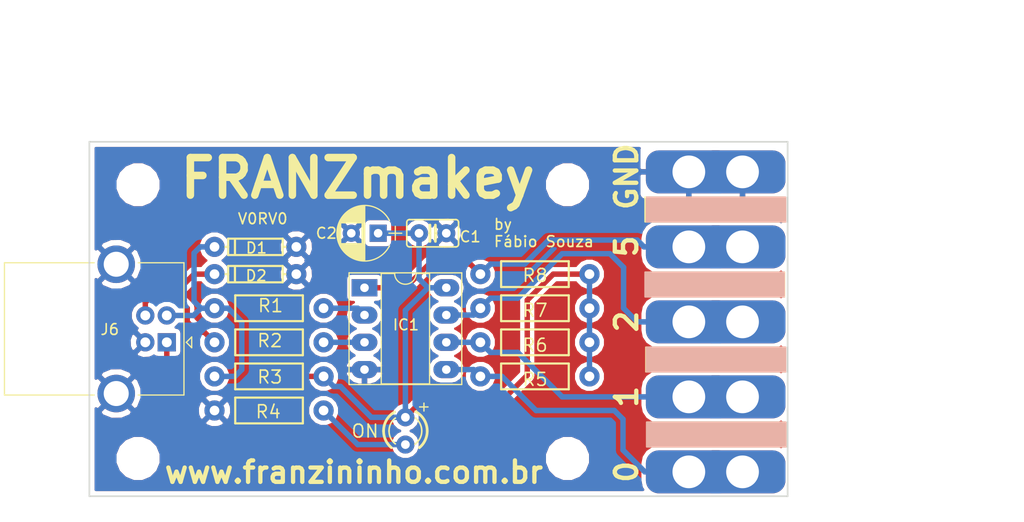
<source format=kicad_pcb>
(kicad_pcb (version 20171130) (host pcbnew "(5.0.0)")

  (general
    (thickness 1.6)
    (drawings 18)
    (tracks 92)
    (zones 0)
    (modules 24)
    (nets 12)
  )

  (page A4)
  (layers
    (0 Top signal)
    (31 Bottom signal)
    (32 B.Adhes user)
    (33 F.Adhes user)
    (34 B.Paste user)
    (35 F.Paste user)
    (36 B.SilkS user)
    (37 F.SilkS user)
    (38 B.Mask user)
    (39 F.Mask user)
    (40 Dwgs.User user)
    (41 Cmts.User user)
    (42 Eco1.User user)
    (43 Eco2.User user)
    (44 Edge.Cuts user)
    (45 Margin user)
    (46 B.CrtYd user)
    (47 F.CrtYd user)
    (48 B.Fab user)
    (49 F.Fab user)
  )

  (setup
    (last_trace_width 0.25)
    (user_trace_width 0.1524)
    (user_trace_width 0.254)
    (user_trace_width 0.381)
    (user_trace_width 0.508)
    (user_trace_width 0.8128)
    (trace_clearance 0.2)
    (zone_clearance 0.4064)
    (zone_45_only no)
    (trace_min 0.1524)
    (segment_width 0.2)
    (edge_width 0.15)
    (via_size 0.8)
    (via_drill 0.4)
    (via_min_size 0.4)
    (via_min_drill 0.254)
    (user_via 0.4826 0.3302)
    (user_via 0.5 0.4)
    (user_via 1.905 0.254)
    (uvia_size 0.3)
    (uvia_drill 0.1)
    (uvias_allowed no)
    (uvia_min_size 0.2)
    (uvia_min_drill 0.1)
    (pcb_text_width 0.3)
    (pcb_text_size 1.5 1.5)
    (mod_edge_width 0.15)
    (mod_text_size 1 1)
    (mod_text_width 0.15)
    (pad_size 3.2 3.2)
    (pad_drill 3.2)
    (pad_to_mask_clearance 0.2)
    (aux_axis_origin 0 0)
    (visible_elements 7FFFFFFF)
    (pcbplotparams
      (layerselection 0x010fc_ffffffff)
      (usegerberextensions true)
      (usegerberattributes false)
      (usegerberadvancedattributes false)
      (creategerberjobfile false)
      (excludeedgelayer true)
      (linewidth 0.100000)
      (plotframeref false)
      (viasonmask false)
      (mode 1)
      (useauxorigin false)
      (hpglpennumber 1)
      (hpglpenspeed 20)
      (hpglpendiameter 15.000000)
      (psnegative false)
      (psa4output false)
      (plotreference true)
      (plotvalue false)
      (plotinvisibletext false)
      (padsonsilk false)
      (subtractmaskfromsilk false)
      (outputformat 1)
      (mirror false)
      (drillshape 0)
      (scaleselection 1)
      (outputdirectory "C:/Users/fabio/Dropbox/Novas placas Franzininho/FranzMakey-DIY/Gerber/"))
  )

  (net 0 "")
  (net 1 GND)
  (net 2 5V)
  (net 3 "Net-(D1-PadC)")
  (net 4 "Net-(D2-PadC)")
  (net 5 "Net-(IC1-Pad7)")
  (net 6 "Net-(IC1-Pad6)")
  (net 7 "Net-(IC1-Pad5)")
  (net 8 "Net-(IC1-Pad3)")
  (net 9 "Net-(IC1-Pad2)")
  (net 10 "Net-(IC1-Pad1)")
  (net 11 "Net-(ON1-PadK)")

  (net_class Default "This is the default net class."
    (clearance 0.2)
    (trace_width 0.25)
    (via_dia 0.8)
    (via_drill 0.4)
    (uvia_dia 0.3)
    (uvia_drill 0.1)
    (add_net 5V)
    (add_net GND)
    (add_net "Net-(D1-PadC)")
    (add_net "Net-(D2-PadC)")
    (add_net "Net-(IC1-Pad1)")
    (add_net "Net-(IC1-Pad2)")
    (add_net "Net-(IC1-Pad3)")
    (add_net "Net-(IC1-Pad5)")
    (add_net "Net-(IC1-Pad6)")
    (add_net "Net-(IC1-Pad7)")
    (add_net "Net-(ON1-PadK)")
  )

  (module Mounting_Holes:MountingHole_3.2mm_M3 (layer Top) (tedit 5BAA1F3A) (tstamp 5BAA06E2)
    (at 168.5 92)
    (descr "Mounting Hole 3.2mm, no annular, M3")
    (tags "mounting hole 3.2mm no annular m3")
    (attr virtual)
    (fp_text reference REF** (at 0 -4.2) (layer F.SilkS) hide
      (effects (font (size 1 1) (thickness 0.15)))
    )
    (fp_text value MountingHole_3.2mm_M3 (at 0 4.2) (layer F.Fab)
      (effects (font (size 1 1) (thickness 0.15)))
    )
    (fp_text user %R (at 0.3 0) (layer F.Fab)
      (effects (font (size 1 1) (thickness 0.15)))
    )
    (fp_circle (center 0 0) (end 3.2 0) (layer Cmts.User) (width 0.15))
    (fp_circle (center 0 0) (end 3.45 0) (layer F.CrtYd) (width 0.05))
    (pad "" np_thru_hole circle (at -1 0) (size 3.2 3.2) (drill 3.2) (layers *.Cu *.Mask))
  )

  (module Mounting_Holes:MountingHole_3.2mm_M3 (layer Top) (tedit 5BAA1F35) (tstamp 5BAA06CA)
    (at 128 92)
    (descr "Mounting Hole 3.2mm, no annular, M3")
    (tags "mounting hole 3.2mm no annular m3")
    (attr virtual)
    (fp_text reference REF** (at 0 -4.2) (layer F.SilkS) hide
      (effects (font (size 1 1) (thickness 0.15)))
    )
    (fp_text value MountingHole_3.2mm_M3 (at 0 4.2) (layer F.Fab)
      (effects (font (size 1 1) (thickness 0.15)))
    )
    (fp_circle (center 0 0) (end 3.45 0) (layer F.CrtYd) (width 0.05))
    (fp_circle (center 0 0) (end 3.2 0) (layer Cmts.User) (width 0.15))
    (fp_text user %R (at 0.3 0) (layer F.Fab)
      (effects (font (size 1 1) (thickness 0.15)))
    )
    (pad "" np_thru_hole circle (at -0.5 0) (size 3.2 3.2) (drill 3.2) (layers *.Cu *.Mask))
  )

  (module Mounting_Holes:MountingHole_3.2mm_M3 (layer Top) (tedit 5BAA1F48) (tstamp 5BAA06AC)
    (at 168.5 117)
    (descr "Mounting Hole 3.2mm, no annular, M3")
    (tags "mounting hole 3.2mm no annular m3")
    (attr virtual)
    (fp_text reference REF** (at 0 -4.2) (layer F.SilkS) hide
      (effects (font (size 1 1) (thickness 0.15)))
    )
    (fp_text value MountingHole_3.2mm_M3 (at 0 4.2) (layer F.Fab)
      (effects (font (size 1 1) (thickness 0.15)))
    )
    (fp_circle (center 0 0) (end 3.45 0) (layer F.CrtYd) (width 0.05))
    (fp_circle (center 0 0) (end 3.2 0) (layer Cmts.User) (width 0.15))
    (fp_text user %R (at 0.3 0) (layer F.Fab)
      (effects (font (size 1 1) (thickness 0.15)))
    )
    (pad "" np_thru_hole circle (at -1 0.5) (size 3.2 3.2) (drill 3.2) (layers *.Cu *.Mask))
  )

  (module Housings_DIP:DIP-8_W7.62mm_Socket_LongPads (layer Top) (tedit 5BA99F43) (tstamp 5BA06EE0)
    (at 148.59 101.6)
    (descr "8-lead though-hole mounted DIP package, row spacing 7.62 mm (300 mils), Socket, LongPads")
    (tags "THT DIP DIL PDIP 2.54mm 7.62mm 300mil Socket LongPads")
    (path /A4741C6A)
    (fp_text reference IC1 (at 3.8608 3.4544) (layer F.SilkS)
      (effects (font (size 1 1) (thickness 0.15)))
    )
    (fp_text value "ATTINY85 - 20PU" (at 3.81 9.95) (layer F.Fab)
      (effects (font (size 1 1) (thickness 0.15)))
    )
    (fp_text user %R (at 3.81 3.81) (layer F.Fab)
      (effects (font (size 1 1) (thickness 0.15)))
    )
    (fp_line (start 9.15 -1.6) (end -1.55 -1.6) (layer F.CrtYd) (width 0.05))
    (fp_line (start 9.15 9.2) (end 9.15 -1.6) (layer F.CrtYd) (width 0.05))
    (fp_line (start -1.55 9.2) (end 9.15 9.2) (layer F.CrtYd) (width 0.05))
    (fp_line (start -1.55 -1.6) (end -1.55 9.2) (layer F.CrtYd) (width 0.05))
    (fp_line (start 9.06 -1.39) (end -1.44 -1.39) (layer F.SilkS) (width 0.12))
    (fp_line (start 9.06 9.01) (end 9.06 -1.39) (layer F.SilkS) (width 0.12))
    (fp_line (start -1.44 9.01) (end 9.06 9.01) (layer F.SilkS) (width 0.12))
    (fp_line (start -1.44 -1.39) (end -1.44 9.01) (layer F.SilkS) (width 0.12))
    (fp_line (start 6.06 -1.33) (end 4.81 -1.33) (layer F.SilkS) (width 0.12))
    (fp_line (start 6.06 8.95) (end 6.06 -1.33) (layer F.SilkS) (width 0.12))
    (fp_line (start 1.56 8.95) (end 6.06 8.95) (layer F.SilkS) (width 0.12))
    (fp_line (start 1.56 -1.33) (end 1.56 8.95) (layer F.SilkS) (width 0.12))
    (fp_line (start 2.81 -1.33) (end 1.56 -1.33) (layer F.SilkS) (width 0.12))
    (fp_line (start 8.89 -1.33) (end -1.27 -1.33) (layer F.Fab) (width 0.1))
    (fp_line (start 8.89 8.95) (end 8.89 -1.33) (layer F.Fab) (width 0.1))
    (fp_line (start -1.27 8.95) (end 8.89 8.95) (layer F.Fab) (width 0.1))
    (fp_line (start -1.27 -1.33) (end -1.27 8.95) (layer F.Fab) (width 0.1))
    (fp_line (start 0.635 -0.27) (end 1.635 -1.27) (layer F.Fab) (width 0.1))
    (fp_line (start 0.635 8.89) (end 0.635 -0.27) (layer F.Fab) (width 0.1))
    (fp_line (start 6.985 8.89) (end 0.635 8.89) (layer F.Fab) (width 0.1))
    (fp_line (start 6.985 -1.27) (end 6.985 8.89) (layer F.Fab) (width 0.1))
    (fp_line (start 1.635 -1.27) (end 6.985 -1.27) (layer F.Fab) (width 0.1))
    (fp_arc (start 3.81 -1.33) (end 2.81 -1.33) (angle -180) (layer F.SilkS) (width 0.12))
    (pad 8 thru_hole oval (at 7.62 0) (size 2.4 1.6) (drill 0.8) (layers *.Cu *.Mask)
      (net 2 5V))
    (pad 4 thru_hole oval (at 0 7.62) (size 2.4 1.6) (drill 0.8) (layers *.Cu *.Mask)
      (net 1 GND))
    (pad 7 thru_hole oval (at 7.62 2.54) (size 2.4 1.6) (drill 0.8) (layers *.Cu *.Mask)
      (net 5 "Net-(IC1-Pad7)"))
    (pad 3 thru_hole oval (at 0 5.08) (size 2.4 1.6) (drill 0.8) (layers *.Cu *.Mask)
      (net 8 "Net-(IC1-Pad3)"))
    (pad 6 thru_hole oval (at 7.62 5.08) (size 2.4 1.6) (drill 0.8) (layers *.Cu *.Mask)
      (net 6 "Net-(IC1-Pad6)"))
    (pad 2 thru_hole oval (at 0 2.54) (size 2.4 1.6) (drill 0.8) (layers *.Cu *.Mask)
      (net 9 "Net-(IC1-Pad2)"))
    (pad 5 thru_hole oval (at 7.62 7.62) (size 2.4 1.6) (drill 0.8) (layers *.Cu *.Mask)
      (net 7 "Net-(IC1-Pad5)"))
    (pad 1 thru_hole rect (at 0 0) (size 2.4 1.6) (drill 0.8) (layers *.Cu *.Mask)
      (net 10 "Net-(IC1-Pad1)"))
    (model ${KISYS3DMOD}/Housings_DIP.3dshapes/DIP-8_W7.62mm_Socket.wrl
      (at (xyz 0 0 0))
      (scale (xyz 1 1 1))
      (rotate (xyz 0 0 0))
    )
  )

  (module Franzininho:DIODE-BZT52 (layer Top) (tedit 5BA0809A) (tstamp 5B834935)
    (at 138.43 100.33 180)
    (path /4DFC08F6)
    (fp_text reference D2 (at -1.143 0.4417) (layer F.SilkS)
      (effects (font (size 1 1) (thickness 0.1524)) (justify right top))
    )
    (fp_text value BZT52 (at 0 0) (layer F.SilkS) hide
      (effects (font (size 0.38608 0.38608) (thickness 0.030886)) (justify right top))
    )
    (fp_text user >Value (at -2.032 0.508 180) (layer F.SilkS) hide
      (effects (font (size 0.77216 0.77216) (thickness 0.12192)) (justify left bottom))
    )
    (fp_text user >Name (at -2.54 -1.27 180) (layer F.SilkS) hide
      (effects (font (size 0.77216 0.77216) (thickness 0.12192)) (justify left bottom))
    )
    (fp_line (start 1.905 -0.635) (end 1.905 0.635) (layer F.SilkS) (width 0.2032))
    (fp_line (start -2.54 0) (end -2.794 0) (layer F.SilkS) (width 0.2032))
    (fp_line (start 2.54 0) (end 2.794 0) (layer F.SilkS) (width 0.2032))
    (fp_line (start -2.54 0) (end -2.54 -0.762) (layer F.SilkS) (width 0.2032))
    (fp_line (start -2.54 0.762) (end -2.54 0) (layer F.SilkS) (width 0.2032))
    (fp_line (start 2.54 0.762) (end -2.54 0.762) (layer F.SilkS) (width 0.2032))
    (fp_line (start 2.54 0) (end 2.54 0.762) (layer F.SilkS) (width 0.2032))
    (fp_line (start 2.54 -0.762) (end 2.54 0) (layer F.SilkS) (width 0.2032))
    (fp_line (start -2.54 -0.762) (end 2.54 -0.762) (layer F.SilkS) (width 0.2032))
    (pad C thru_hole circle (at 3.81 0 180) (size 1.8796 1.8796) (drill 0.9) (layers *.Cu *.Mask)
      (net 4 "Net-(D2-PadC)") (solder_mask_margin 0.1016))
    (pad A thru_hole circle (at -3.81 0 180) (size 1.8796 1.8796) (drill 0.9) (layers *.Cu *.Mask)
      (net 1 GND) (solder_mask_margin 0.1016))
  )

  (module Franzininho:DIODE-BZT52 (layer Top) (tedit 5BA08093) (tstamp 5B834945)
    (at 138.43 97.79 180)
    (path /86DDD139)
    (fp_text reference D1 (at -1.1684 0.4826) (layer F.SilkS)
      (effects (font (size 1 1) (thickness 0.1524)) (justify right top))
    )
    (fp_text value BZT52 (at 0 0) (layer F.SilkS) hide
      (effects (font (size 0.38608 0.38608) (thickness 0.030886)) (justify right top))
    )
    (fp_text user >Value (at -2.032 0.508 180) (layer F.SilkS) hide
      (effects (font (size 0.77216 0.77216) (thickness 0.12192)) (justify left bottom))
    )
    (fp_text user >Name (at -2.54 -1.27 180) (layer F.SilkS) hide
      (effects (font (size 0.77216 0.77216) (thickness 0.12192)) (justify left bottom))
    )
    (fp_line (start 1.905 -0.635) (end 1.905 0.635) (layer F.SilkS) (width 0.2032))
    (fp_line (start -2.54 0) (end -2.794 0) (layer F.SilkS) (width 0.2032))
    (fp_line (start 2.54 0) (end 2.794 0) (layer F.SilkS) (width 0.2032))
    (fp_line (start -2.54 0) (end -2.54 -0.762) (layer F.SilkS) (width 0.2032))
    (fp_line (start -2.54 0.762) (end -2.54 0) (layer F.SilkS) (width 0.2032))
    (fp_line (start 2.54 0.762) (end -2.54 0.762) (layer F.SilkS) (width 0.2032))
    (fp_line (start 2.54 0) (end 2.54 0.762) (layer F.SilkS) (width 0.2032))
    (fp_line (start 2.54 -0.762) (end 2.54 0) (layer F.SilkS) (width 0.2032))
    (fp_line (start -2.54 -0.762) (end 2.54 -0.762) (layer F.SilkS) (width 0.2032))
    (pad C thru_hole circle (at 3.81 0 180) (size 1.8796 1.8796) (drill 0.9) (layers *.Cu *.Mask)
      (net 3 "Net-(D1-PadC)") (solder_mask_margin 0.1016))
    (pad A thru_hole circle (at -3.81 0 180) (size 1.8796 1.8796) (drill 0.9) (layers *.Cu *.Mask)
      (net 1 GND) (solder_mask_margin 0.1016))
  )

  (module Franzininho:C025-025X050 (layer Top) (tedit 5BA079B2) (tstamp 5B834955)
    (at 154.94 96.52)
    (descr "<b>CAPACITOR</b><p>\ngrid 2.5 mm, outline 2.5 x 5 mm")
    (path /F27BBEF3)
    (fp_text reference C1 (at 4.572 -0.254 180) (layer F.SilkS)
      (effects (font (size 1 1) (thickness 0.1524)) (justify right top))
    )
    (fp_text value 0.1uf (at -2.286 2.794) (layer F.Fab)
      (effects (font (size 0.38608 0.38608) (thickness 0.030886)) (justify left bottom))
    )
    (fp_line (start -0.381 0) (end -0.762 0) (layer F.Fab) (width 0.1524))
    (fp_line (start -0.254 0) (end -0.381 0) (layer F.SilkS) (width 0.1524))
    (fp_line (start -0.254 0) (end -0.254 0.762) (layer F.SilkS) (width 0.254))
    (fp_line (start -0.254 -0.762) (end -0.254 0) (layer F.SilkS) (width 0.254))
    (fp_line (start 0.254 0) (end 0.254 0.762) (layer F.SilkS) (width 0.254))
    (fp_line (start 0.254 0) (end 0.254 -0.762) (layer F.SilkS) (width 0.254))
    (fp_line (start 0.381 0) (end 0.254 0) (layer F.SilkS) (width 0.1524))
    (fp_line (start 0.762 0) (end 0.381 0) (layer F.Fab) (width 0.1524))
    (fp_arc (start -2.159 1.016) (end -2.413 1.016) (angle -90) (layer F.SilkS) (width 0.1524))
    (fp_arc (start 2.159 1.016) (end 2.159 1.27) (angle -90) (layer F.SilkS) (width 0.1524))
    (fp_arc (start -2.159 -1.016) (end -2.413 -1.016) (angle 90) (layer F.SilkS) (width 0.1524))
    (fp_arc (start 2.159 -1.016) (end 2.159 -1.27) (angle 90) (layer F.SilkS) (width 0.1524))
    (fp_line (start -2.413 -1.016) (end -2.413 1.016) (layer F.SilkS) (width 0.1524))
    (fp_line (start 2.413 -1.016) (end 2.413 1.016) (layer F.SilkS) (width 0.1524))
    (fp_line (start 2.159 1.27) (end -2.159 1.27) (layer F.SilkS) (width 0.1524))
    (fp_line (start -2.159 -1.27) (end 2.159 -1.27) (layer F.SilkS) (width 0.1524))
    (pad 2 thru_hole circle (at 1.27 0) (size 1.6764 1.6764) (drill 0.8128) (layers *.Cu *.Mask)
      (net 1 GND) (solder_mask_margin 0.1016))
    (pad 1 thru_hole circle (at -1.27 0) (size 1.6764 1.6764) (drill 0.8128) (layers *.Cu *.Mask)
      (net 2 5V) (solder_mask_margin 0.1016))
  )

  (module Franzininho:AXIAL-0.4 (layer Top) (tedit 5BA077FC) (tstamp 5B83496A)
    (at 139.7 103.505)
    (descr "1/4W Resistor, 0.4\" wide<p>\n\nYageo CFR series <a href=\"http://www.yageo.com/pdf/yageo/Leaded-R_CFR_2008.pdf\">http://www.yageo.com/pdf/yageo/Leaded-R_CFR_2008.pdf</a>")
    (path /58428EFC)
    (fp_text reference R1 (at -1.13435 0.4659) (layer F.SilkS)
      (effects (font (size 1.2 1.2) (thickness 0.1524)) (justify left bottom))
    )
    (fp_text value 68R (at 0 0) (layer F.SilkS) hide
      (effects (font (size 0.38608 0.38608) (thickness 0.030886)) (justify left bottom))
    )
    (fp_text user >Value (at -2.286 0.381) (layer F.SilkS) hide
      (effects (font (size 0.77216 0.77216) (thickness 0.12192)) (justify left bottom))
    )
    (fp_text user >Name (at -3.175 -1.905) (layer F.SilkS) hide
      (effects (font (size 0.77216 0.77216) (thickness 0.12192)) (justify left bottom))
    )
    (fp_line (start 3.15 1.2) (end -3.15 1.2) (layer F.SilkS) (width 0.2032))
    (fp_line (start 3.15 -1.2) (end 3.15 1.2) (layer F.SilkS) (width 0.2032))
    (fp_line (start -3.15 -1.2) (end 3.15 -1.2) (layer F.SilkS) (width 0.2032))
    (fp_line (start -3.15 1.2) (end -3.15 -1.2) (layer F.SilkS) (width 0.2032))
    (pad P$2 thru_hole circle (at 5.08 0) (size 1.8796 1.8796) (drill 0.9) (layers *.Cu *.Mask)
      (net 9 "Net-(IC1-Pad2)") (solder_mask_margin 0.1016))
    (pad P$1 thru_hole circle (at -5.08 0) (size 1.8796 1.8796) (drill 0.9) (layers *.Cu *.Mask)
      (net 3 "Net-(D1-PadC)") (solder_mask_margin 0.1016))
  )

  (module Franzininho:AXIAL-0.4 (layer Top) (tedit 5BA84779) (tstamp 5B834975)
    (at 139.7 106.68)
    (descr "1/4W Resistor, 0.4\" wide<p>\n\nYageo CFR series <a href=\"http://www.yageo.com/pdf/yageo/Leaded-R_CFR_2008.pdf\">http://www.yageo.com/pdf/yageo/Leaded-R_CFR_2008.pdf</a>")
    (path /897A6941)
    (fp_text reference R2 (at -1.19685 0.5489) (layer F.SilkS)
      (effects (font (size 1.2 1.2) (thickness 0.1524)) (justify left bottom))
    )
    (fp_text value 68R (at 0 0) (layer F.SilkS) hide
      (effects (font (size 0.38608 0.38608) (thickness 0.030886)) (justify left bottom))
    )
    (fp_text user >Value (at -2.286 0.381) (layer F.SilkS) hide
      (effects (font (size 0.77216 0.77216) (thickness 0.12192)) (justify left bottom))
    )
    (fp_text user >Name (at -1.70485 0.4219) (layer F.SilkS) hide
      (effects (font (size 0.77216 0.77216) (thickness 0.12192)) (justify left bottom))
    )
    (fp_line (start 3.15 1.2) (end -3.15 1.2) (layer F.SilkS) (width 0.2032))
    (fp_line (start 3.15 -1.2) (end 3.15 1.2) (layer F.SilkS) (width 0.2032))
    (fp_line (start -3.15 -1.2) (end 3.15 -1.2) (layer F.SilkS) (width 0.2032))
    (fp_line (start -3.15 1.2) (end -3.15 -1.2) (layer F.SilkS) (width 0.2032))
    (pad P$2 thru_hole circle (at 5.08 0) (size 1.8796 1.8796) (drill 0.9) (layers *.Cu *.Mask)
      (net 8 "Net-(IC1-Pad3)") (solder_mask_margin 0.1016))
    (pad P$1 thru_hole circle (at -5.08 0) (size 1.8796 1.8796) (drill 0.9) (layers *.Cu *.Mask)
      (net 4 "Net-(D2-PadC)") (solder_mask_margin 0.1016))
  )

  (module Franzininho:AXIAL-0.4 (layer Top) (tedit 5BA07731) (tstamp 5B834980)
    (at 139.7 109.855 180)
    (descr "1/4W Resistor, 0.4\" wide<p>\n\nYageo CFR series <a href=\"http://www.yageo.com/pdf/yageo/Leaded-R_CFR_2008.pdf\">http://www.yageo.com/pdf/yageo/Leaded-R_CFR_2008.pdf</a>")
    (path /64FC636C)
    (fp_text reference R3 (at 0 0) (layer F.SilkS) hide
      (effects (font (size 0.77216 0.77216) (thickness 0.061772)) (justify right top))
    )
    (fp_text value 1K5 (at 0 0) (layer F.SilkS) hide
      (effects (font (size 0.38608 0.38608) (thickness 0.030886)) (justify right top))
    )
    (fp_text user 1K5 (at -2.86715 -2.032 180) (layer F.SilkS) hide
      (effects (font (size 0.77216 0.77216) (thickness 0.12192)) (justify left bottom))
    )
    (fp_text user R3 (at 1.19685 -0.762 180) (layer F.SilkS)
      (effects (font (size 1.2 1.2) (thickness 0.1524)) (justify left bottom))
    )
    (fp_line (start 3.15 1.2) (end -3.15 1.2) (layer F.SilkS) (width 0.2032))
    (fp_line (start 3.15 -1.2) (end 3.15 1.2) (layer F.SilkS) (width 0.2032))
    (fp_line (start -3.15 -1.2) (end 3.15 -1.2) (layer F.SilkS) (width 0.2032))
    (fp_line (start -3.15 1.2) (end -3.15 -1.2) (layer F.SilkS) (width 0.2032))
    (pad P$2 thru_hole circle (at 5.08 0 180) (size 1.8796 1.8796) (drill 0.9) (layers *.Cu *.Mask)
      (net 3 "Net-(D1-PadC)") (solder_mask_margin 0.1016))
    (pad P$1 thru_hole circle (at -5.08 0 180) (size 1.8796 1.8796) (drill 0.9) (layers *.Cu *.Mask)
      (net 2 5V) (solder_mask_margin 0.1016))
  )

  (module Franzininho:AXIAL-0.4 (layer Top) (tedit 5BA9B855) (tstamp 5BA9E6AD)
    (at 164.465 109.855 180)
    (descr "1/4W Resistor, 0.4\" wide<p>\n\nYageo CFR series <a href=\"http://www.yageo.com/pdf/yageo/Leaded-R_CFR_2008.pdf\">http://www.yageo.com/pdf/yageo/Leaded-R_CFR_2008.pdf</a>")
    (path /5BA96A8C)
    (fp_text reference R5 (at -1.285 0.41985) (layer F.SilkS)
      (effects (font (size 1.2 1.2) (thickness 0.1524)) (justify right top))
    )
    (fp_text value 10M (at 0 0) (layer F.SilkS) hide
      (effects (font (size 0.38608 0.38608) (thickness 0.030886)) (justify right top))
    )
    (fp_text user >Value (at -2.286 0.381 180) (layer F.SilkS) hide
      (effects (font (size 0.77216 0.77216) (thickness 0.12192)) (justify left bottom))
    )
    (fp_text user >Name (at -3.175 -1.905 180) (layer F.SilkS) hide
      (effects (font (size 0.77216 0.77216) (thickness 0.12192)) (justify left bottom))
    )
    (fp_line (start 3.15 1.2) (end -3.15 1.2) (layer F.SilkS) (width 0.2032))
    (fp_line (start 3.15 -1.2) (end 3.15 1.2) (layer F.SilkS) (width 0.2032))
    (fp_line (start -3.15 -1.2) (end 3.15 -1.2) (layer F.SilkS) (width 0.2032))
    (fp_line (start -3.15 1.2) (end -3.15 -1.2) (layer F.SilkS) (width 0.2032))
    (pad P$2 thru_hole circle (at 5.08 0 180) (size 1.8796 1.8796) (drill 0.9) (layers *.Cu *.Mask)
      (net 7 "Net-(IC1-Pad5)") (solder_mask_margin 0.1016))
    (pad P$1 thru_hole circle (at -5.08 0 180) (size 1.8796 1.8796) (drill 0.9) (layers *.Cu *.Mask)
      (net 2 5V) (solder_mask_margin 0.1016))
  )

  (module Franzininho:AXIAL-0.4 (layer Top) (tedit 5BA07894) (tstamp 5B8349DA)
    (at 139.7 113.03)
    (descr "1/4W Resistor, 0.4\" wide<p>\n\nYageo CFR series <a href=\"http://www.yageo.com/pdf/yageo/Leaded-R_CFR_2008.pdf\">http://www.yageo.com/pdf/yageo/Leaded-R_CFR_2008.pdf</a>")
    (path /C5ADFEB6)
    (fp_text reference R4 (at 1.1938 -0.5842) (layer F.SilkS)
      (effects (font (size 1.2 1.2) (thickness 0.1524)) (justify right top))
    )
    (fp_text value 1K (at 0 0 -180) (layer F.SilkS) hide
      (effects (font (size 0.38608 0.38608) (thickness 0.030886)) (justify right top))
    )
    (fp_text user >Value (at -2.286 0.381) (layer F.SilkS) hide
      (effects (font (size 0.77216 0.77216) (thickness 0.12192)) (justify left bottom))
    )
    (fp_text user >Name (at -3.175 -1.905) (layer F.SilkS) hide
      (effects (font (size 0.77216 0.77216) (thickness 0.12192)) (justify left bottom))
    )
    (fp_line (start 3.15 1.2) (end -3.15 1.2) (layer F.SilkS) (width 0.2032))
    (fp_line (start 3.15 -1.2) (end 3.15 1.2) (layer F.SilkS) (width 0.2032))
    (fp_line (start -3.15 -1.2) (end 3.15 -1.2) (layer F.SilkS) (width 0.2032))
    (fp_line (start -3.15 1.2) (end -3.15 -1.2) (layer F.SilkS) (width 0.2032))
    (pad P$2 thru_hole circle (at 5.08 0) (size 1.8796 1.8796) (drill 0.9) (layers *.Cu *.Mask)
      (net 11 "Net-(ON1-PadK)") (solder_mask_margin 0.1016))
    (pad P$1 thru_hole circle (at -5.08 0) (size 1.8796 1.8796) (drill 0.9) (layers *.Cu *.Mask)
      (net 1 GND) (solder_mask_margin 0.1016))
  )

  (module Franzininho:LED3MM (layer Top) (tedit 5BA9B900) (tstamp 5BA853B8)
    (at 152.4 114.935 270)
    (descr "<B>LED</B><p>\n3 mm, round")
    (path /DF49CECC)
    (fp_text reference ON (at -0.685 2.4 180) (layer F.SilkS)
      (effects (font (size 1.2 1.2) (thickness 0.1524)) (justify right top))
    )
    (fp_text value LED3MM (at 1.905 1.651 270) (layer F.Fab)
      (effects (font (size 1.2065 1.2065) (thickness 0.12065)) (justify left bottom))
    )
    (fp_line (start 1.5748 1.27) (end 1.5748 -1.27) (layer F.Fab) (width 0.254))
    (fp_arc (start 0 0.000004) (end -1.524 0) (angle 39.80361) (layer F.Fab) (width 0.1524))
    (fp_arc (start 0 0.000063) (end -1.524 0) (angle -41.633208) (layer F.Fab) (width 0.1524))
    (fp_arc (start 0 0.000014) (end 1.1571 -0.9918) (angle 40.601165) (layer F.Fab) (width 0.1524))
    (fp_arc (start 0 -0.000004) (end 1.1708 0.9756) (angle -39.80361) (layer F.Fab) (width 0.1524))
    (fp_arc (start -0.000034 0) (end 0 -1.524) (angle 54.461337) (layer F.SilkS) (width 0.1524))
    (fp_arc (start 0 0) (end -1.2192 -0.9144) (angle 53.130102) (layer F.SilkS) (width 0.1524))
    (fp_arc (start -0.000008 0) (end 0 1.524) (angle -52.126876) (layer F.SilkS) (width 0.1524))
    (fp_arc (start 0.000008 0) (end -1.203 0.9356) (angle -52.126876) (layer F.SilkS) (width 0.1524))
    (fp_arc (start 0 0) (end -0.635 0) (angle 90) (layer F.Fab) (width 0.1524))
    (fp_arc (start 0 0) (end -1.016 0) (angle 90) (layer F.Fab) (width 0.1524))
    (fp_arc (start 0 0) (end 0 0.635) (angle -90) (layer F.Fab) (width 0.1524))
    (fp_arc (start 0 0) (end 0 1.016) (angle -90) (layer F.Fab) (width 0.1524))
    (fp_arc (start 0.000012 0) (end 0 -2.032) (angle 50.193108) (layer F.SilkS) (width 0.254))
    (fp_arc (start 0.00006 0) (end -1.7929 -0.9562) (angle 61.926949) (layer F.SilkS) (width 0.254))
    (fp_arc (start 0.000037 0) (end 0 2.032) (angle -49.763022) (layer F.SilkS) (width 0.254))
    (fp_arc (start -0.000056 0) (end -1.7643 1.0082) (angle -60.255215) (layer F.SilkS) (width 0.254))
    (fp_arc (start 0 0.000002) (end -2.032 0) (angle 28.301701) (layer F.Fab) (width 0.254))
    (fp_arc (start 0 0.000083) (end -2.032 0) (angle -31.60822) (layer F.Fab) (width 0.254))
    (fp_line (start -2.5908 -1.7272) (end -1.8542 -1.7272) (layer F.SilkS) (width 0.127))
    (fp_line (start -2.2352 -1.3208) (end -2.2352 -2.1082) (layer F.SilkS) (width 0.127))
    (pad A thru_hole circle (at -1.27 0 270) (size 1.6764 1.6764) (drill 0.8128) (layers *.Cu *.Mask)
      (net 2 5V) (solder_mask_margin 0.1016))
    (pad K thru_hole circle (at 1.27 0 270) (size 1.6764 1.6764) (drill 0.8128) (layers *.Cu *.Mask)
      (net 11 "Net-(ON1-PadK)") (solder_mask_margin 0.1016))
  )

  (module Franzininho:AXIAL-0.4 (layer Top) (tedit 5BA9B8E1) (tstamp 5BAA01B5)
    (at 164.465 106.68 180)
    (descr "1/4W Resistor, 0.4\" wide<p>\n\nYageo CFR series <a href=\"http://www.yageo.com/pdf/yageo/Leaded-R_CFR_2008.pdf\">http://www.yageo.com/pdf/yageo/Leaded-R_CFR_2008.pdf</a>")
    (path /5BA96AF4)
    (fp_text reference R6 (at -1.285 0.43) (layer F.SilkS)
      (effects (font (size 1.2 1.2) (thickness 0.1524)) (justify right top))
    )
    (fp_text value 10M (at 0 0) (layer F.SilkS) hide
      (effects (font (size 0.38608 0.38608) (thickness 0.030886)) (justify right top))
    )
    (fp_line (start -3.15 1.2) (end -3.15 -1.2) (layer F.SilkS) (width 0.2032))
    (fp_line (start -3.15 -1.2) (end 3.15 -1.2) (layer F.SilkS) (width 0.2032))
    (fp_line (start 3.15 -1.2) (end 3.15 1.2) (layer F.SilkS) (width 0.2032))
    (fp_line (start 3.15 1.2) (end -3.15 1.2) (layer F.SilkS) (width 0.2032))
    (fp_text user >Name (at -3.175 -1.905 180) (layer F.SilkS) hide
      (effects (font (size 0.77216 0.77216) (thickness 0.12192)) (justify left bottom))
    )
    (fp_text user >Value (at -2.286 0.381 180) (layer F.SilkS) hide
      (effects (font (size 0.77216 0.77216) (thickness 0.12192)) (justify left bottom))
    )
    (pad P$1 thru_hole circle (at -5.08 0 180) (size 1.8796 1.8796) (drill 0.9) (layers *.Cu *.Mask)
      (net 2 5V) (solder_mask_margin 0.1016))
    (pad P$2 thru_hole circle (at 5.08 0 180) (size 1.8796 1.8796) (drill 0.9) (layers *.Cu *.Mask)
      (net 6 "Net-(IC1-Pad6)") (solder_mask_margin 0.1016))
  )

  (module Franzininho:AXIAL-0.4 (layer Top) (tedit 5BA9B8D7) (tstamp 5BA853D0)
    (at 164.465 103.505 180)
    (descr "1/4W Resistor, 0.4\" wide<p>\n\nYageo CFR series <a href=\"http://www.yageo.com/pdf/yageo/Leaded-R_CFR_2008.pdf\">http://www.yageo.com/pdf/yageo/Leaded-R_CFR_2008.pdf</a>")
    (path /5BA96B6A)
    (fp_text reference R7 (at -1.285 0.505) (layer F.SilkS)
      (effects (font (size 1.2 1.2) (thickness 0.1524)) (justify right top))
    )
    (fp_text value 10M (at 0 0) (layer F.SilkS) hide
      (effects (font (size 0.38608 0.38608) (thickness 0.030886)) (justify right top))
    )
    (fp_text user >Value (at -2.286 0.381 180) (layer F.SilkS) hide
      (effects (font (size 0.77216 0.77216) (thickness 0.12192)) (justify left bottom))
    )
    (fp_text user >Name (at -3.175 -1.905 180) (layer F.SilkS) hide
      (effects (font (size 0.77216 0.77216) (thickness 0.12192)) (justify left bottom))
    )
    (fp_line (start 3.15 1.2) (end -3.15 1.2) (layer F.SilkS) (width 0.2032))
    (fp_line (start 3.15 -1.2) (end 3.15 1.2) (layer F.SilkS) (width 0.2032))
    (fp_line (start -3.15 -1.2) (end 3.15 -1.2) (layer F.SilkS) (width 0.2032))
    (fp_line (start -3.15 1.2) (end -3.15 -1.2) (layer F.SilkS) (width 0.2032))
    (pad P$2 thru_hole circle (at 5.08 0 180) (size 1.8796 1.8796) (drill 0.9) (layers *.Cu *.Mask)
      (net 5 "Net-(IC1-Pad7)") (solder_mask_margin 0.1016))
    (pad P$1 thru_hole circle (at -5.08 0 180) (size 1.8796 1.8796) (drill 0.9) (layers *.Cu *.Mask)
      (net 2 5V) (solder_mask_margin 0.1016))
  )

  (module Franzininho:AXIAL-0.4 (layer Top) (tedit 5BA9B8CF) (tstamp 5BA853DC)
    (at 164.465 100.33 180)
    (descr "1/4W Resistor, 0.4\" wide<p>\n\nYageo CFR series <a href=\"http://www.yageo.com/pdf/yageo/Leaded-R_CFR_2008.pdf\">http://www.yageo.com/pdf/yageo/Leaded-R_CFR_2008.pdf</a>")
    (path /5BA99E3D)
    (fp_text reference R8 (at -1.285 0.58) (layer F.SilkS)
      (effects (font (size 1.2 1.2) (thickness 0.1524)) (justify right top))
    )
    (fp_text value 10K (at 0 0) (layer F.SilkS) hide
      (effects (font (size 0.38608 0.38608) (thickness 0.030886)) (justify right top))
    )
    (fp_line (start -3.15 1.2) (end -3.15 -1.2) (layer F.SilkS) (width 0.2032))
    (fp_line (start -3.15 -1.2) (end 3.15 -1.2) (layer F.SilkS) (width 0.2032))
    (fp_line (start 3.15 -1.2) (end 3.15 1.2) (layer F.SilkS) (width 0.2032))
    (fp_line (start 3.15 1.2) (end -3.15 1.2) (layer F.SilkS) (width 0.2032))
    (fp_text user >Name (at -3.175 -1.905 180) (layer F.SilkS) hide
      (effects (font (size 0.77216 0.77216) (thickness 0.12192)) (justify left bottom))
    )
    (fp_text user >Value (at -2.286 0.381 180) (layer F.SilkS) hide
      (effects (font (size 0.77216 0.77216) (thickness 0.12192)) (justify left bottom))
    )
    (pad P$1 thru_hole circle (at -5.08 0 180) (size 1.8796 1.8796) (drill 0.9) (layers *.Cu *.Mask)
      (net 2 5V) (solder_mask_margin 0.1016))
    (pad P$2 thru_hole circle (at 5.08 0 180) (size 1.8796 1.8796) (drill 0.9) (layers *.Cu *.Mask)
      (net 10 "Net-(IC1-Pad1)") (solder_mask_margin 0.1016))
  )

  (module Connector_USB:USB_B_OST_USB-B1HSxx_Horizontal (layer Top) (tedit 5AFE01FF) (tstamp 5BA85D29)
    (at 130.175 106.68 180)
    (descr "USB B receptacle, Horizontal, through-hole, http://www.on-shore.com/wp-content/uploads/2015/09/usb-b1hsxx.pdf")
    (tags "USB-B receptacle horizontal through-hole")
    (path /5BAA42DB)
    (fp_text reference J6 (at 5.3086 1.1938 180) (layer F.SilkS)
      (effects (font (size 1 1) (thickness 0.15)))
    )
    (fp_text value USB_B (at 6.76 10.27 180) (layer F.Fab)
      (effects (font (size 1 1) (thickness 0.15)))
    )
    (fp_line (start -0.49 -4.8) (end 15.01 -4.8) (layer F.Fab) (width 0.1))
    (fp_line (start 15.01 -4.8) (end 15.01 7.3) (layer F.Fab) (width 0.1))
    (fp_line (start 15.01 7.3) (end -1.49 7.3) (layer F.Fab) (width 0.1))
    (fp_line (start -1.49 7.3) (end -1.49 -3.8) (layer F.Fab) (width 0.1))
    (fp_line (start -1.49 -3.8) (end -0.49 -4.8) (layer F.Fab) (width 0.1))
    (fp_line (start 2.66 -4.91) (end -1.6 -4.91) (layer F.SilkS) (width 0.12))
    (fp_line (start -1.6 -4.91) (end -1.6 7.41) (layer F.SilkS) (width 0.12))
    (fp_line (start -1.6 7.41) (end 2.66 7.41) (layer F.SilkS) (width 0.12))
    (fp_line (start 6.76 -4.91) (end 15.12 -4.91) (layer F.SilkS) (width 0.12))
    (fp_line (start 15.12 -4.91) (end 15.12 7.41) (layer F.SilkS) (width 0.12))
    (fp_line (start 15.12 7.41) (end 6.76 7.41) (layer F.SilkS) (width 0.12))
    (fp_line (start -1.82 0) (end -2.32 -0.5) (layer F.SilkS) (width 0.12))
    (fp_line (start -2.32 -0.5) (end -2.32 0.5) (layer F.SilkS) (width 0.12))
    (fp_line (start -2.32 0.5) (end -1.82 0) (layer F.SilkS) (width 0.12))
    (fp_line (start -1.99 -7.02) (end -1.99 9.52) (layer F.CrtYd) (width 0.05))
    (fp_line (start -1.99 9.52) (end 15.51 9.52) (layer F.CrtYd) (width 0.05))
    (fp_line (start 15.51 9.52) (end 15.51 -7.02) (layer F.CrtYd) (width 0.05))
    (fp_line (start 15.51 -7.02) (end -1.99 -7.02) (layer F.CrtYd) (width 0.05))
    (fp_text user %R (at 6.76 1.25 180) (layer F.Fab)
      (effects (font (size 1 1) (thickness 0.15)))
    )
    (pad 1 thru_hole rect (at 0 0 180) (size 1.7 1.7) (drill 0.92) (layers *.Cu *.Mask)
      (net 2 5V))
    (pad 2 thru_hole circle (at 0 2.5 180) (size 1.7 1.7) (drill 0.92) (layers *.Cu *.Mask)
      (net 3 "Net-(D1-PadC)"))
    (pad 3 thru_hole circle (at 2 2.5 180) (size 1.7 1.7) (drill 0.92) (layers *.Cu *.Mask)
      (net 4 "Net-(D2-PadC)"))
    (pad 4 thru_hole circle (at 2 0 180) (size 1.7 1.7) (drill 0.92) (layers *.Cu *.Mask)
      (net 1 GND))
    (pad 5 thru_hole circle (at 4.71 -4.77 180) (size 3.5 3.5) (drill 2.33) (layers *.Cu *.Mask)
      (net 1 GND))
    (pad 5 thru_hole circle (at 4.71 7.27 180) (size 3.5 3.5) (drill 2.33) (layers *.Cu *.Mask)
      (net 1 GND))
    (model ${KISYS3DMOD}/Connector_USB.3dshapes/USB_B_OST_USB-B1HSxx_Horizontal.wrl
      (at (xyz 0 0 0))
      (scale (xyz 1 1 1))
      (rotate (xyz 0 0 0))
    )
  )

  (module Capacitors_THT:CP_Radial_D5.0mm_P2.50mm (layer Top) (tedit 597BC7C2) (tstamp 5BA9F005)
    (at 149.86 96.52 180)
    (descr "CP, Radial series, Radial, pin pitch=2.50mm, , diameter=5mm, Electrolytic Capacitor")
    (tags "CP Radial series Radial pin pitch 2.50mm  diameter 5mm Electrolytic Capacitor")
    (path /5BA9F261)
    (fp_text reference C2 (at 4.826 0 180) (layer F.SilkS)
      (effects (font (size 1 1) (thickness 0.15)))
    )
    (fp_text value CP (at 1.25 3.81 180) (layer F.Fab)
      (effects (font (size 1 1) (thickness 0.15)))
    )
    (fp_text user %R (at 1.25 0 180) (layer F.Fab)
      (effects (font (size 1 1) (thickness 0.15)))
    )
    (fp_line (start 4.1 -2.85) (end -1.6 -2.85) (layer F.CrtYd) (width 0.05))
    (fp_line (start 4.1 2.85) (end 4.1 -2.85) (layer F.CrtYd) (width 0.05))
    (fp_line (start -1.6 2.85) (end 4.1 2.85) (layer F.CrtYd) (width 0.05))
    (fp_line (start -1.6 -2.85) (end -1.6 2.85) (layer F.CrtYd) (width 0.05))
    (fp_line (start -1.6 -0.65) (end -1.6 0.65) (layer F.SilkS) (width 0.12))
    (fp_line (start -2.2 0) (end -1 0) (layer F.SilkS) (width 0.12))
    (fp_line (start 3.811 -0.354) (end 3.811 0.354) (layer F.SilkS) (width 0.12))
    (fp_line (start 3.771 -0.559) (end 3.771 0.559) (layer F.SilkS) (width 0.12))
    (fp_line (start 3.731 -0.707) (end 3.731 0.707) (layer F.SilkS) (width 0.12))
    (fp_line (start 3.691 -0.829) (end 3.691 0.829) (layer F.SilkS) (width 0.12))
    (fp_line (start 3.651 -0.934) (end 3.651 0.934) (layer F.SilkS) (width 0.12))
    (fp_line (start 3.611 -1.028) (end 3.611 1.028) (layer F.SilkS) (width 0.12))
    (fp_line (start 3.571 -1.112) (end 3.571 1.112) (layer F.SilkS) (width 0.12))
    (fp_line (start 3.531 -1.189) (end 3.531 1.189) (layer F.SilkS) (width 0.12))
    (fp_line (start 3.491 -1.261) (end 3.491 1.261) (layer F.SilkS) (width 0.12))
    (fp_line (start 3.451 0.98) (end 3.451 1.327) (layer F.SilkS) (width 0.12))
    (fp_line (start 3.451 -1.327) (end 3.451 -0.98) (layer F.SilkS) (width 0.12))
    (fp_line (start 3.411 0.98) (end 3.411 1.39) (layer F.SilkS) (width 0.12))
    (fp_line (start 3.411 -1.39) (end 3.411 -0.98) (layer F.SilkS) (width 0.12))
    (fp_line (start 3.371 0.98) (end 3.371 1.448) (layer F.SilkS) (width 0.12))
    (fp_line (start 3.371 -1.448) (end 3.371 -0.98) (layer F.SilkS) (width 0.12))
    (fp_line (start 3.331 0.98) (end 3.331 1.504) (layer F.SilkS) (width 0.12))
    (fp_line (start 3.331 -1.504) (end 3.331 -0.98) (layer F.SilkS) (width 0.12))
    (fp_line (start 3.291 0.98) (end 3.291 1.556) (layer F.SilkS) (width 0.12))
    (fp_line (start 3.291 -1.556) (end 3.291 -0.98) (layer F.SilkS) (width 0.12))
    (fp_line (start 3.251 0.98) (end 3.251 1.606) (layer F.SilkS) (width 0.12))
    (fp_line (start 3.251 -1.606) (end 3.251 -0.98) (layer F.SilkS) (width 0.12))
    (fp_line (start 3.211 0.98) (end 3.211 1.654) (layer F.SilkS) (width 0.12))
    (fp_line (start 3.211 -1.654) (end 3.211 -0.98) (layer F.SilkS) (width 0.12))
    (fp_line (start 3.171 0.98) (end 3.171 1.699) (layer F.SilkS) (width 0.12))
    (fp_line (start 3.171 -1.699) (end 3.171 -0.98) (layer F.SilkS) (width 0.12))
    (fp_line (start 3.131 0.98) (end 3.131 1.742) (layer F.SilkS) (width 0.12))
    (fp_line (start 3.131 -1.742) (end 3.131 -0.98) (layer F.SilkS) (width 0.12))
    (fp_line (start 3.091 0.98) (end 3.091 1.783) (layer F.SilkS) (width 0.12))
    (fp_line (start 3.091 -1.783) (end 3.091 -0.98) (layer F.SilkS) (width 0.12))
    (fp_line (start 3.051 0.98) (end 3.051 1.823) (layer F.SilkS) (width 0.12))
    (fp_line (start 3.051 -1.823) (end 3.051 -0.98) (layer F.SilkS) (width 0.12))
    (fp_line (start 3.011 0.98) (end 3.011 1.861) (layer F.SilkS) (width 0.12))
    (fp_line (start 3.011 -1.861) (end 3.011 -0.98) (layer F.SilkS) (width 0.12))
    (fp_line (start 2.971 0.98) (end 2.971 1.897) (layer F.SilkS) (width 0.12))
    (fp_line (start 2.971 -1.897) (end 2.971 -0.98) (layer F.SilkS) (width 0.12))
    (fp_line (start 2.931 0.98) (end 2.931 1.932) (layer F.SilkS) (width 0.12))
    (fp_line (start 2.931 -1.932) (end 2.931 -0.98) (layer F.SilkS) (width 0.12))
    (fp_line (start 2.891 0.98) (end 2.891 1.965) (layer F.SilkS) (width 0.12))
    (fp_line (start 2.891 -1.965) (end 2.891 -0.98) (layer F.SilkS) (width 0.12))
    (fp_line (start 2.851 0.98) (end 2.851 1.997) (layer F.SilkS) (width 0.12))
    (fp_line (start 2.851 -1.997) (end 2.851 -0.98) (layer F.SilkS) (width 0.12))
    (fp_line (start 2.811 0.98) (end 2.811 2.028) (layer F.SilkS) (width 0.12))
    (fp_line (start 2.811 -2.028) (end 2.811 -0.98) (layer F.SilkS) (width 0.12))
    (fp_line (start 2.771 0.98) (end 2.771 2.058) (layer F.SilkS) (width 0.12))
    (fp_line (start 2.771 -2.058) (end 2.771 -0.98) (layer F.SilkS) (width 0.12))
    (fp_line (start 2.731 0.98) (end 2.731 2.086) (layer F.SilkS) (width 0.12))
    (fp_line (start 2.731 -2.086) (end 2.731 -0.98) (layer F.SilkS) (width 0.12))
    (fp_line (start 2.691 0.98) (end 2.691 2.113) (layer F.SilkS) (width 0.12))
    (fp_line (start 2.691 -2.113) (end 2.691 -0.98) (layer F.SilkS) (width 0.12))
    (fp_line (start 2.651 0.98) (end 2.651 2.14) (layer F.SilkS) (width 0.12))
    (fp_line (start 2.651 -2.14) (end 2.651 -0.98) (layer F.SilkS) (width 0.12))
    (fp_line (start 2.611 0.98) (end 2.611 2.165) (layer F.SilkS) (width 0.12))
    (fp_line (start 2.611 -2.165) (end 2.611 -0.98) (layer F.SilkS) (width 0.12))
    (fp_line (start 2.571 0.98) (end 2.571 2.189) (layer F.SilkS) (width 0.12))
    (fp_line (start 2.571 -2.189) (end 2.571 -0.98) (layer F.SilkS) (width 0.12))
    (fp_line (start 2.531 0.98) (end 2.531 2.212) (layer F.SilkS) (width 0.12))
    (fp_line (start 2.531 -2.212) (end 2.531 -0.98) (layer F.SilkS) (width 0.12))
    (fp_line (start 2.491 0.98) (end 2.491 2.234) (layer F.SilkS) (width 0.12))
    (fp_line (start 2.491 -2.234) (end 2.491 -0.98) (layer F.SilkS) (width 0.12))
    (fp_line (start 2.451 0.98) (end 2.451 2.256) (layer F.SilkS) (width 0.12))
    (fp_line (start 2.451 -2.256) (end 2.451 -0.98) (layer F.SilkS) (width 0.12))
    (fp_line (start 2.411 0.98) (end 2.411 2.276) (layer F.SilkS) (width 0.12))
    (fp_line (start 2.411 -2.276) (end 2.411 -0.98) (layer F.SilkS) (width 0.12))
    (fp_line (start 2.371 0.98) (end 2.371 2.296) (layer F.SilkS) (width 0.12))
    (fp_line (start 2.371 -2.296) (end 2.371 -0.98) (layer F.SilkS) (width 0.12))
    (fp_line (start 2.331 0.98) (end 2.331 2.315) (layer F.SilkS) (width 0.12))
    (fp_line (start 2.331 -2.315) (end 2.331 -0.98) (layer F.SilkS) (width 0.12))
    (fp_line (start 2.291 0.98) (end 2.291 2.333) (layer F.SilkS) (width 0.12))
    (fp_line (start 2.291 -2.333) (end 2.291 -0.98) (layer F.SilkS) (width 0.12))
    (fp_line (start 2.251 0.98) (end 2.251 2.35) (layer F.SilkS) (width 0.12))
    (fp_line (start 2.251 -2.35) (end 2.251 -0.98) (layer F.SilkS) (width 0.12))
    (fp_line (start 2.211 0.98) (end 2.211 2.366) (layer F.SilkS) (width 0.12))
    (fp_line (start 2.211 -2.366) (end 2.211 -0.98) (layer F.SilkS) (width 0.12))
    (fp_line (start 2.171 0.98) (end 2.171 2.382) (layer F.SilkS) (width 0.12))
    (fp_line (start 2.171 -2.382) (end 2.171 -0.98) (layer F.SilkS) (width 0.12))
    (fp_line (start 2.131 0.98) (end 2.131 2.396) (layer F.SilkS) (width 0.12))
    (fp_line (start 2.131 -2.396) (end 2.131 -0.98) (layer F.SilkS) (width 0.12))
    (fp_line (start 2.091 0.98) (end 2.091 2.41) (layer F.SilkS) (width 0.12))
    (fp_line (start 2.091 -2.41) (end 2.091 -0.98) (layer F.SilkS) (width 0.12))
    (fp_line (start 2.051 0.98) (end 2.051 2.424) (layer F.SilkS) (width 0.12))
    (fp_line (start 2.051 -2.424) (end 2.051 -0.98) (layer F.SilkS) (width 0.12))
    (fp_line (start 2.011 0.98) (end 2.011 2.436) (layer F.SilkS) (width 0.12))
    (fp_line (start 2.011 -2.436) (end 2.011 -0.98) (layer F.SilkS) (width 0.12))
    (fp_line (start 1.971 0.98) (end 1.971 2.448) (layer F.SilkS) (width 0.12))
    (fp_line (start 1.971 -2.448) (end 1.971 -0.98) (layer F.SilkS) (width 0.12))
    (fp_line (start 1.93 0.98) (end 1.93 2.46) (layer F.SilkS) (width 0.12))
    (fp_line (start 1.93 -2.46) (end 1.93 -0.98) (layer F.SilkS) (width 0.12))
    (fp_line (start 1.89 0.98) (end 1.89 2.47) (layer F.SilkS) (width 0.12))
    (fp_line (start 1.89 -2.47) (end 1.89 -0.98) (layer F.SilkS) (width 0.12))
    (fp_line (start 1.85 0.98) (end 1.85 2.48) (layer F.SilkS) (width 0.12))
    (fp_line (start 1.85 -2.48) (end 1.85 -0.98) (layer F.SilkS) (width 0.12))
    (fp_line (start 1.81 0.98) (end 1.81 2.489) (layer F.SilkS) (width 0.12))
    (fp_line (start 1.81 -2.489) (end 1.81 -0.98) (layer F.SilkS) (width 0.12))
    (fp_line (start 1.77 0.98) (end 1.77 2.498) (layer F.SilkS) (width 0.12))
    (fp_line (start 1.77 -2.498) (end 1.77 -0.98) (layer F.SilkS) (width 0.12))
    (fp_line (start 1.73 0.98) (end 1.73 2.506) (layer F.SilkS) (width 0.12))
    (fp_line (start 1.73 -2.506) (end 1.73 -0.98) (layer F.SilkS) (width 0.12))
    (fp_line (start 1.69 0.98) (end 1.69 2.513) (layer F.SilkS) (width 0.12))
    (fp_line (start 1.69 -2.513) (end 1.69 -0.98) (layer F.SilkS) (width 0.12))
    (fp_line (start 1.65 0.98) (end 1.65 2.519) (layer F.SilkS) (width 0.12))
    (fp_line (start 1.65 -2.519) (end 1.65 -0.98) (layer F.SilkS) (width 0.12))
    (fp_line (start 1.61 0.98) (end 1.61 2.525) (layer F.SilkS) (width 0.12))
    (fp_line (start 1.61 -2.525) (end 1.61 -0.98) (layer F.SilkS) (width 0.12))
    (fp_line (start 1.57 0.98) (end 1.57 2.531) (layer F.SilkS) (width 0.12))
    (fp_line (start 1.57 -2.531) (end 1.57 -0.98) (layer F.SilkS) (width 0.12))
    (fp_line (start 1.53 0.98) (end 1.53 2.535) (layer F.SilkS) (width 0.12))
    (fp_line (start 1.53 -2.535) (end 1.53 -0.98) (layer F.SilkS) (width 0.12))
    (fp_line (start 1.49 -2.539) (end 1.49 2.539) (layer F.SilkS) (width 0.12))
    (fp_line (start 1.45 -2.543) (end 1.45 2.543) (layer F.SilkS) (width 0.12))
    (fp_line (start 1.41 -2.546) (end 1.41 2.546) (layer F.SilkS) (width 0.12))
    (fp_line (start 1.37 -2.548) (end 1.37 2.548) (layer F.SilkS) (width 0.12))
    (fp_line (start 1.33 -2.549) (end 1.33 2.549) (layer F.SilkS) (width 0.12))
    (fp_line (start 1.29 -2.55) (end 1.29 2.55) (layer F.SilkS) (width 0.12))
    (fp_line (start 1.25 -2.55) (end 1.25 2.55) (layer F.SilkS) (width 0.12))
    (fp_line (start -1.6 -0.65) (end -1.6 0.65) (layer F.Fab) (width 0.1))
    (fp_line (start -2.2 0) (end -1 0) (layer F.Fab) (width 0.1))
    (fp_circle (center 1.25 0) (end 3.75 0) (layer F.Fab) (width 0.1))
    (fp_arc (start 1.25 0) (end 3.55558 -1.18) (angle 54.2) (layer F.SilkS) (width 0.12))
    (fp_arc (start 1.25 0) (end -1.05558 1.18) (angle -125.8) (layer F.SilkS) (width 0.12))
    (fp_arc (start 1.25 0) (end -1.05558 -1.18) (angle 125.8) (layer F.SilkS) (width 0.12))
    (pad 2 thru_hole circle (at 2.5 0 180) (size 1.6 1.6) (drill 0.8) (layers *.Cu *.Mask)
      (net 1 GND))
    (pad 1 thru_hole rect (at 0 0 180) (size 1.6 1.6) (drill 0.8) (layers *.Cu *.Mask)
      (net 2 5V))
    (model ${KISYS3DMOD}/Capacitors_THT.3dshapes/CP_Radial_D5.0mm_P2.50mm.wrl
      (at (xyz 0 0 0))
      (scale (xyz 1 1 1))
      (rotate (xyz 0 0 0))
    )
  )

  (module library:alligator (layer Top) (tedit 5BA9BC64) (tstamp 5BA9D009)
    (at 177.8 118.745 90)
    (descr "module 1 pin (ou trou mecanique de percage)")
    (tags DEV)
    (path /5BA9DD4E)
    (fp_text reference 0 (at 0 -4.8 90) (layer F.SilkS)
      (effects (font (size 2 2) (thickness 0.4)))
    )
    (fp_text value Conn_01x01 (at 0 3 90) (layer F.Fab)
      (effects (font (size 1 1) (thickness 0.15)))
    )
    (fp_circle (center 0 0) (end 2 0.8) (layer F.Fab) (width 0.1))
    (pad 1 thru_hole roundrect (at 0 6 90) (size 4 8) (drill 3.048) (layers *.Cu *.Mask) (roundrect_rratio 0.3)
      (net 7 "Net-(IC1-Pad5)"))
    (pad 1 thru_hole roundrect (at 0 1 90) (size 4 8) (drill 3.048) (layers *.Cu *.Mask) (roundrect_rratio 0.3)
      (net 7 "Net-(IC1-Pad5)"))
  )

  (module library:alligator (layer Top) (tedit 5BA9BC6C) (tstamp 5BA9D00F)
    (at 177.8 111.76 90)
    (descr "module 1 pin (ou trou mecanique de percage)")
    (tags DEV)
    (path /5BA9DD55)
    (fp_text reference 1 (at 0.01 -4.8 90) (layer F.SilkS)
      (effects (font (size 2 2) (thickness 0.4)))
    )
    (fp_text value Conn_01x01 (at 0 3 90) (layer F.Fab)
      (effects (font (size 1 1) (thickness 0.15)))
    )
    (fp_circle (center 0 0) (end 2 0.8) (layer F.Fab) (width 0.1))
    (pad 1 thru_hole roundrect (at 0 1 90) (size 4 8) (drill 3.048) (layers *.Cu *.Mask) (roundrect_rratio 0.3)
      (net 6 "Net-(IC1-Pad6)"))
    (pad 1 thru_hole roundrect (at 0 6 90) (size 4 8) (drill 3.048) (layers *.Cu *.Mask) (roundrect_rratio 0.3)
      (net 6 "Net-(IC1-Pad6)"))
  )

  (module library:alligator (layer Top) (tedit 5BA9BC7A) (tstamp 5BA9D015)
    (at 177.8 104.775 90)
    (descr "module 1 pin (ou trou mecanique de percage)")
    (tags DEV)
    (path /5BA9D04A)
    (fp_text reference 2 (at 0.025 -4.8 90) (layer F.SilkS)
      (effects (font (size 2 2) (thickness 0.4)))
    )
    (fp_text value Conn_01x01 (at 0 3 90) (layer F.Fab)
      (effects (font (size 1 1) (thickness 0.15)))
    )
    (fp_circle (center 0 0) (end 2 0.8) (layer F.Fab) (width 0.1))
    (pad 1 thru_hole roundrect (at 0 6 90) (size 4 8) (drill 3.048) (layers *.Cu *.Mask) (roundrect_rratio 0.3)
      (net 5 "Net-(IC1-Pad7)"))
    (pad 1 thru_hole roundrect (at 0 1 90) (size 4 8) (drill 3.048) (layers *.Cu *.Mask) (roundrect_rratio 0.3)
      (net 5 "Net-(IC1-Pad7)"))
  )

  (module library:alligator (layer Top) (tedit 5BA9BC80) (tstamp 5BA9D01B)
    (at 177.8 97.79 90)
    (descr "module 1 pin (ou trou mecanique de percage)")
    (tags DEV)
    (path /5BA9D147)
    (fp_text reference 5 (at 0.04 -4.8 90) (layer F.SilkS)
      (effects (font (size 2 2) (thickness 0.4)))
    )
    (fp_text value Conn_01x01 (at 0 3 90) (layer F.Fab)
      (effects (font (size 1 1) (thickness 0.15)))
    )
    (fp_circle (center 0 0) (end 2 0.8) (layer F.Fab) (width 0.1))
    (pad 1 thru_hole roundrect (at 0 1 90) (size 4 8) (drill 3.048) (layers *.Cu *.Mask) (roundrect_rratio 0.3)
      (net 10 "Net-(IC1-Pad1)"))
    (pad 1 thru_hole roundrect (at 0 6 90) (size 4 8) (drill 3.048) (layers *.Cu *.Mask) (roundrect_rratio 0.3)
      (net 10 "Net-(IC1-Pad1)"))
  )

  (module library:alligator (layer Top) (tedit 5BA9BC84) (tstamp 5BA9D021)
    (at 177.8 90.805 90)
    (descr "module 1 pin (ou trou mecanique de percage)")
    (tags DEV)
    (path /5BA9E912)
    (fp_text reference GND (at -0.445 -4.8 90) (layer F.SilkS)
      (effects (font (size 2 2) (thickness 0.4)))
    )
    (fp_text value Conn_01x01 (at 0 3 90) (layer F.Fab)
      (effects (font (size 1 1) (thickness 0.15)))
    )
    (fp_circle (center 0 0) (end 2 0.8) (layer F.Fab) (width 0.1))
    (pad 1 thru_hole roundrect (at 0 6 90) (size 4 8) (drill 3.048) (layers *.Cu *.Mask) (roundrect_rratio 0.3)
      (net 1 GND))
    (pad 1 thru_hole roundrect (at 0 1 90) (size 4 8) (drill 3.048) (layers *.Cu *.Mask) (roundrect_rratio 0.3)
      (net 1 GND))
  )

  (module Mounting_Holes:MountingHole_3.2mm_M3 (layer Top) (tedit 5BA9C17E) (tstamp 5BAA05C4)
    (at 127.5 117.5)
    (descr "Mounting Hole 3.2mm, no annular, M3")
    (tags "mounting hole 3.2mm no annular m3")
    (attr virtual)
    (fp_text reference REF** (at 0 -4.2) (layer F.SilkS) hide
      (effects (font (size 1 1) (thickness 0.15)))
    )
    (fp_text value MountingHole_3.2mm_M3 (at 0 4.2) (layer F.Fab)
      (effects (font (size 1 1) (thickness 0.15)))
    )
    (fp_text user %R (at 0.3 0) (layer F.Fab)
      (effects (font (size 1 1) (thickness 0.15)))
    )
    (fp_circle (center 0 0) (end 3.2 0) (layer Cmts.User) (width 0.15))
    (fp_circle (center 0 0) (end 3.45 0) (layer F.CrtYd) (width 0.05))
    (pad 1 np_thru_hole circle (at 0 0) (size 3.2 3.2) (drill 3.2) (layers *.Cu *.Mask))
  )

  (dimension 33 (width 0.3) (layer Dwgs.User)
    (gr_text "33.000 mm" (at 208.1 104.5 270) (layer Dwgs.User)
      (effects (font (size 1.5 1.5) (thickness 0.3)))
    )
    (feature1 (pts (xy 188 121) (xy 206.586421 121)))
    (feature2 (pts (xy 188 88) (xy 206.586421 88)))
    (crossbar (pts (xy 206 88) (xy 206 121)))
    (arrow1a (pts (xy 206 121) (xy 205.413579 119.873496)))
    (arrow1b (pts (xy 206 121) (xy 206.586421 119.873496)))
    (arrow2a (pts (xy 206 88) (xy 205.413579 89.126504)))
    (arrow2b (pts (xy 206 88) (xy 206.586421 89.126504)))
  )
  (dimension 65 (width 0.3) (layer Dwgs.User)
    (gr_text "65.000 mm" (at 155.5 75.9) (layer Dwgs.User)
      (effects (font (size 1.5 1.5) (thickness 0.3)))
    )
    (feature1 (pts (xy 188 88) (xy 188 77.413579)))
    (feature2 (pts (xy 123 88) (xy 123 77.413579)))
    (crossbar (pts (xy 123 78) (xy 188 78)))
    (arrow1a (pts (xy 188 78) (xy 186.873496 78.586421)))
    (arrow1b (pts (xy 188 78) (xy 186.873496 77.413579)))
    (arrow2a (pts (xy 123 78) (xy 124.126504 78.586421)))
    (arrow2b (pts (xy 123 78) (xy 124.126504 77.413579)))
  )
  (gr_poly (pts (xy 174.879 116.4082) (xy 187.833 116.4082) (xy 187.833 114.1222) (xy 174.879 114.1222)) (layer B.SilkS) (width 0.15) (tstamp 5BAA0CD9))
  (gr_poly (pts (xy 174.8536 109.4232) (xy 187.8076 109.4232) (xy 187.8076 107.1372) (xy 174.8536 107.1372)) (layer B.SilkS) (width 0.15) (tstamp 5BAA0CD3))
  (gr_poly (pts (xy 174.7266 102.4382) (xy 187.6806 102.4382) (xy 187.6806 100.1522) (xy 174.7266 100.1522)) (layer B.SilkS) (width 0.15) (tstamp 5BAA0CCF))
  (gr_poly (pts (xy 174.8536 95.4532) (xy 187.8076 95.4532) (xy 187.8076 93.1672) (xy 174.8536 93.1672)) (layer B.SilkS) (width 0.15) (tstamp 5BAA0CCB))
  (gr_poly (pts (xy 174.7266 93.1672) (xy 187.6806 93.1672) (xy 187.6806 95.4532) (xy 174.7266 95.4532)) (layer F.SilkS) (width 0.15) (tstamp 5BAA0AF9))
  (gr_poly (pts (xy 174.752 100.1522) (xy 187.706 100.1522) (xy 187.706 102.4382) (xy 174.752 102.4382)) (layer F.SilkS) (width 0.15) (tstamp 5BAA0AF7))
  (gr_poly (pts (xy 174.8028 107.1372) (xy 187.7568 107.1372) (xy 187.7568 109.4232) (xy 174.8028 109.4232)) (layer F.SilkS) (width 0.15) (tstamp 5BAA0AF5))
  (gr_poly (pts (xy 174.879 114.1222) (xy 187.833 114.1222) (xy 187.833 116.4082) (xy 174.879 116.4082)) (layer F.SilkS) (width 0.15))
  (gr_text FRANZmakey (at 147.955 91.3892) (layer F.SilkS)
    (effects (font (size 3.5 3.5) (thickness 0.7)))
  )
  (gr_text "by\nFábio Souza\n\n" (at 160.5534 99.4918) (layer F.SilkS) (tstamp ED073A0)
    (effects (font (size 1 1) (thickness 0.1524)) (justify left bottom))
  )
  (gr_line (start 122.96735 121.0186) (end 188 121.0186) (layer Edge.Cuts) (width 0.15) (tstamp 5BA9FF2F))
  (gr_line (start 188 121.0186) (end 188 88) (layer Edge.Cuts) (width 0.15) (tstamp ED07440))
  (gr_line (start 188 88) (end 122.96735 88) (layer Edge.Cuts) (width 0.15) (tstamp 5BA9D528))
  (gr_line (start 122.96735 88) (end 122.96735 121.0186) (layer Edge.Cuts) (width 0.15) (tstamp ED06900))
  (gr_text V0RV0 (at 136.7028 95.758) (layer F.SilkS) (tstamp ED06400)
    (effects (font (size 1 1) (thickness 0.1524)) (justify left bottom))
  )
  (gr_text www.franzininho.com.br (at 129.7686 117.602) (layer F.SilkS) (tstamp 5BA0B7FA)
    (effects (font (size 2 2) (thickness 0.4)) (justify left top))
  )

  (segment (start 178.8 90.805) (end 183.8 90.805) (width 0.508) (layer Bottom) (net 1))
  (segment (start 169.545 100.33) (end 169.545 103.505) (width 0.508) (layer Bottom) (net 2))
  (segment (start 169.545 103.505) (end 169.545 106.68) (width 0.508) (layer Bottom) (net 2))
  (segment (start 169.545 106.68) (end 169.545 109.855) (width 0.508) (layer Bottom) (net 2))
  (segment (start 130.175 106.68) (end 130.175 112.395) (width 0.508) (layer Top) (net 2))
  (segment (start 130.175 112.395) (end 133.35 115.57) (width 0.508) (layer Top) (net 2))
  (segment (start 133.35 115.57) (end 136.525 115.57) (width 0.508) (layer Top) (net 2))
  (segment (start 142.24 109.855) (end 144.78 109.855) (width 0.508) (layer Top) (net 2))
  (segment (start 136.525 115.57) (end 142.24 109.855) (width 0.508) (layer Top) (net 2))
  (segment (start 149.86 96.52) (end 153.67 96.52) (width 0.508) (layer Bottom) (net 2))
  (segment (start 153.67 97.705393) (end 153.67 96.52) (width 0.508) (layer Bottom) (net 2))
  (segment (start 153.67 100.768) (end 153.67 97.705393) (width 0.508) (layer Bottom) (net 2))
  (segment (start 154.502 101.6) (end 153.67 100.768) (width 0.508) (layer Bottom) (net 2))
  (segment (start 149.225 113.665) (end 152.4 113.665) (width 0.508) (layer Bottom) (net 2))
  (segment (start 146.354799 110.794799) (end 149.225 113.665) (width 0.508) (layer Bottom) (net 2))
  (segment (start 144.78 109.855) (end 145.719799 110.794799) (width 0.508) (layer Bottom) (net 2))
  (segment (start 145.719799 110.794799) (end 146.354799 110.794799) (width 0.508) (layer Bottom) (net 2))
  (segment (start 152.4 112.479607) (end 152.4 113.665) (width 0.508) (layer Bottom) (net 2))
  (segment (start 152.4 103.702) (end 152.4 112.479607) (width 0.508) (layer Bottom) (net 2))
  (segment (start 154.502 101.6) (end 152.4 103.702) (width 0.508) (layer Bottom) (net 2))
  (segment (start 156.21 101.6) (end 154.502 101.6) (width 0.508) (layer Bottom) (net 2))
  (segment (start 169.545 100.33) (end 166.17 100.33) (width 0.508) (layer Top) (net 2))
  (segment (start 166.17 100.33) (end 163.75 102.75) (width 0.508) (layer Top) (net 2))
  (segment (start 163.75 102.75) (end 163.75 109.75) (width 0.508) (layer Top) (net 2))
  (segment (start 163.75 109.75) (end 161.25 112.25) (width 0.508) (layer Top) (net 2))
  (segment (start 153.815 112.25) (end 152.4 113.665) (width 0.508) (layer Top) (net 2))
  (segment (start 161.25 112.25) (end 153.815 112.25) (width 0.508) (layer Top) (net 2))
  (segment (start 133.290923 97.79) (end 132.715 98.365923) (width 0.508) (layer Bottom) (net 3))
  (segment (start 134.62 97.79) (end 133.290923 97.79) (width 0.508) (layer Bottom) (net 3))
  (segment (start 132.715 98.365923) (end 132.715 102.87) (width 0.508) (layer Bottom) (net 3))
  (segment (start 132.715 102.87) (end 133.35 103.505) (width 0.508) (layer Bottom) (net 3))
  (segment (start 133.35 103.505) (end 134.62 103.505) (width 0.508) (layer Bottom) (net 3))
  (segment (start 132.675 104.18) (end 133.35 103.505) (width 0.508) (layer Bottom) (net 3))
  (segment (start 130.175 104.18) (end 132.675 104.18) (width 0.508) (layer Bottom) (net 3))
  (segment (start 136.525 109.855) (end 134.62 109.855) (width 0.508) (layer Bottom) (net 3))
  (segment (start 137.16 109.22) (end 136.525 109.855) (width 0.508) (layer Bottom) (net 3))
  (segment (start 137.16 104.775) (end 137.16 109.22) (width 0.508) (layer Bottom) (net 3))
  (segment (start 134.62 103.505) (end 135.89 103.505) (width 0.508) (layer Bottom) (net 3))
  (segment (start 135.89 103.505) (end 137.16 104.775) (width 0.508) (layer Bottom) (net 3))
  (segment (start 132.715 100.33) (end 130.81 102.235) (width 0.508) (layer Top) (net 4))
  (segment (start 134.62 100.33) (end 132.715 100.33) (width 0.508) (layer Top) (net 4))
  (segment (start 133.680201 105.740201) (end 133.045201 105.740201) (width 0.508) (layer Top) (net 4))
  (segment (start 134.62 106.68) (end 133.680201 105.740201) (width 0.508) (layer Top) (net 4))
  (segment (start 133.045201 105.740201) (end 132.08 104.775) (width 0.508) (layer Top) (net 4))
  (segment (start 132.08 103.505) (end 130.81 102.235) (width 0.508) (layer Top) (net 4))
  (segment (start 132.08 104.775) (end 132.08 103.505) (width 0.508) (layer Top) (net 4))
  (segment (start 130.81 102.235) (end 128.905 102.235) (width 0.508) (layer Top) (net 4))
  (segment (start 128.175 102.965) (end 128.175 104.18) (width 0.508) (layer Top) (net 4))
  (segment (start 128.905 102.235) (end 128.175 102.965) (width 0.508) (layer Top) (net 4))
  (segment (start 158.75 104.14) (end 159.385 103.505) (width 0.508) (layer Bottom) (net 5))
  (segment (start 156.21 104.14) (end 158.75 104.14) (width 0.508) (layer Bottom) (net 5))
  (segment (start 160.324799 102.565201) (end 162.864799 102.565201) (width 0.508) (layer Bottom) (net 5))
  (segment (start 159.385 103.505) (end 160.324799 102.565201) (width 0.508) (layer Bottom) (net 5))
  (segment (start 162.864799 102.565201) (end 167.005 98.425) (width 0.508) (layer Bottom) (net 5))
  (segment (start 167.005 98.425) (end 171.45 98.425) (width 0.508) (layer Bottom) (net 5))
  (segment (start 171.45 98.425) (end 172.72 99.695) (width 0.508) (layer Bottom) (net 5))
  (segment (start 172.72 99.695) (end 172.72 103.505) (width 0.508) (layer Bottom) (net 5))
  (segment (start 173.99 104.775) (end 178.8 104.775) (width 0.508) (layer Bottom) (net 5))
  (segment (start 172.72 103.505) (end 173.99 104.775) (width 0.508) (layer Bottom) (net 5))
  (segment (start 178.8 104.775) (end 183.8 104.775) (width 0.508) (layer Bottom) (net 5))
  (segment (start 156.21 106.68) (end 159.385 106.68) (width 0.508) (layer Bottom) (net 6))
  (segment (start 160.324799 107.619799) (end 162.864799 107.619799) (width 0.508) (layer Bottom) (net 6))
  (segment (start 159.385 106.68) (end 160.324799 107.619799) (width 0.508) (layer Bottom) (net 6))
  (segment (start 162.864799 107.619799) (end 167.005 111.76) (width 0.508) (layer Bottom) (net 6))
  (segment (start 167.005 111.76) (end 178.8 111.76) (width 0.508) (layer Bottom) (net 6))
  (segment (start 178.8 111.76) (end 183.8 111.76) (width 0.508) (layer Bottom) (net 6))
  (segment (start 158.75 109.22) (end 159.385 109.855) (width 0.508) (layer Bottom) (net 7))
  (segment (start 156.21 109.22) (end 158.75 109.22) (width 0.508) (layer Bottom) (net 7))
  (segment (start 178.8 118.745) (end 183.8 118.745) (width 0.508) (layer Bottom) (net 7))
  (segment (start 174.7 118.745) (end 172.6692 116.7142) (width 0.508) (layer Bottom) (net 7))
  (segment (start 178.8 118.745) (end 174.7 118.745) (width 0.508) (layer Bottom) (net 7))
  (segment (start 172.6692 116.7142) (end 172.6692 113.8428) (width 0.508) (layer Bottom) (net 7))
  (segment (start 172.6692 113.8428) (end 171.8564 113.03) (width 0.508) (layer Bottom) (net 7))
  (segment (start 164.5666 113.03) (end 161.3916 109.855) (width 0.508) (layer Bottom) (net 7))
  (segment (start 171.8564 113.03) (end 164.5666 113.03) (width 0.508) (layer Bottom) (net 7))
  (segment (start 159.385 109.855) (end 161.3916 109.855) (width 0.508) (layer Bottom) (net 7))
  (segment (start 144.78 106.68) (end 148.59 106.68) (width 0.508) (layer Bottom) (net 8))
  (segment (start 147.955 103.505) (end 148.59 104.14) (width 0.508) (layer Bottom) (net 9))
  (segment (start 144.78 103.505) (end 147.955 103.505) (width 0.508) (layer Bottom) (net 9))
  (segment (start 158.445201 99.390201) (end 154.609799 99.390201) (width 0.508) (layer Top) (net 10))
  (segment (start 159.385 100.33) (end 158.445201 99.390201) (width 0.508) (layer Top) (net 10))
  (segment (start 152.4 101.6) (end 148.59 101.6) (width 0.508) (layer Top) (net 10))
  (segment (start 154.609799 99.390201) (end 152.4 101.6) (width 0.508) (layer Top) (net 10))
  (segment (start 160.324799 99.390201) (end 163.499799 99.390201) (width 0.508) (layer Bottom) (net 10))
  (segment (start 159.385 100.33) (end 160.324799 99.390201) (width 0.508) (layer Bottom) (net 10))
  (segment (start 163.499799 99.390201) (end 165.735 97.155) (width 0.508) (layer Bottom) (net 10))
  (segment (start 165.735 97.155) (end 173.99 97.155) (width 0.508) (layer Bottom) (net 10))
  (segment (start 174.625 97.79) (end 178.8 97.79) (width 0.508) (layer Bottom) (net 10))
  (segment (start 173.99 97.155) (end 174.625 97.79) (width 0.508) (layer Bottom) (net 10))
  (segment (start 178.8 97.79) (end 183.8 97.79) (width 0.508) (layer Bottom) (net 10))
  (segment (start 147.955 116.205) (end 152.4 116.205) (width 0.508) (layer Bottom) (net 11))
  (segment (start 144.78 113.03) (end 147.955 116.205) (width 0.508) (layer Bottom) (net 11))

  (zone (net 1) (net_name GND) (layer Bottom) (tstamp 5BAA0FC7) (hatch edge 0.508)
    (connect_pads (clearance 0.4064))
    (min_thickness 0.254)
    (fill yes (arc_segments 16) (thermal_gap 0.508) (thermal_bridge_width 0.508))
    (polygon
      (pts
        (xy 123.25 88.25) (xy 187.75 88.25) (xy 187.75 120.75) (xy 123.25 120.75)
      )
    )
    (filled_polygon
      (pts
        (xy 174.165 88.678691) (xy 174.165 90.51925) (xy 174.32375 90.678) (xy 178.673 90.678) (xy 178.673 90.658)
        (xy 178.927 90.658) (xy 178.927 90.678) (xy 183.673 90.678) (xy 183.673 90.658) (xy 183.927 90.658)
        (xy 183.927 90.678) (xy 183.947 90.678) (xy 183.947 90.932) (xy 183.927 90.932) (xy 183.927 93.28125)
        (xy 184.08575 93.44) (xy 187.391601 93.44) (xy 187.391601 95.461921) (xy 187.267342 95.378894) (xy 186.6 95.246151)
        (xy 176 95.246151) (xy 175.332658 95.378894) (xy 174.766913 95.756913) (xy 174.388894 96.322658) (xy 174.362228 96.456717)
        (xy 174.297228 96.413285) (xy 174.067552 96.3676) (xy 174.067551 96.3676) (xy 173.99 96.352174) (xy 173.912449 96.3676)
        (xy 165.812553 96.3676) (xy 165.735 96.352174) (xy 165.427771 96.413285) (xy 165.384126 96.442448) (xy 165.167316 96.587316)
        (xy 165.123386 96.653062) (xy 163.173648 98.602801) (xy 160.402349 98.602801) (xy 160.324798 98.587375) (xy 160.247247 98.602801)
        (xy 160.017571 98.648486) (xy 160.01757 98.648487) (xy 160.017569 98.648487) (xy 159.980657 98.673151) (xy 159.757115 98.822517)
        (xy 159.722032 98.875023) (xy 159.678038 98.8568) (xy 159.091962 98.8568) (xy 158.550499 99.081081) (xy 158.136081 99.495499)
        (xy 157.9118 100.036962) (xy 157.9118 100.623038) (xy 158.136081 101.164501) (xy 158.550499 101.578919) (xy 159.091962 101.8032)
        (xy 159.678038 101.8032) (xy 160.219501 101.578919) (xy 160.633919 101.164501) (xy 160.8582 100.623038) (xy 160.8582 100.177601)
        (xy 163.422248 100.177601) (xy 163.499799 100.193027) (xy 163.57735 100.177601) (xy 163.577351 100.177601) (xy 163.807027 100.131916)
        (xy 164.067483 99.957885) (xy 164.111415 99.892136) (xy 166.061152 97.9424) (xy 166.374048 97.9424) (xy 162.538648 101.777801)
        (xy 160.402349 101.777801) (xy 160.324798 101.762375) (xy 160.247247 101.777801) (xy 160.017571 101.823486) (xy 160.01757 101.823487)
        (xy 160.017569 101.823487) (xy 159.924903 101.885405) (xy 159.757115 101.997517) (xy 159.722032 102.050023) (xy 159.678038 102.0318)
        (xy 159.091962 102.0318) (xy 158.550499 102.256081) (xy 158.136081 102.670499) (xy 157.9118 103.211962) (xy 157.9118 103.3526)
        (xy 157.687542 103.3526) (xy 157.571327 103.178673) (xy 157.130267 102.883965) (xy 157.06006 102.87) (xy 157.130267 102.856035)
        (xy 157.571327 102.561327) (xy 157.866035 102.120267) (xy 157.969522 101.6) (xy 157.866035 101.079733) (xy 157.571327 100.638673)
        (xy 157.130267 100.343965) (xy 156.741325 100.2666) (xy 155.678675 100.2666) (xy 155.289733 100.343965) (xy 154.848673 100.638673)
        (xy 154.770788 100.755236) (xy 154.4574 100.441849) (xy 154.4574 97.672335) (xy 154.574322 97.555413) (xy 155.354192 97.555413)
        (xy 155.433017 97.80549) (xy 155.984097 98.004977) (xy 156.569569 97.978389) (xy 156.986983 97.80549) (xy 157.065808 97.555413)
        (xy 156.21 96.699605) (xy 155.354192 97.555413) (xy 154.574322 97.555413) (xy 154.832786 97.296949) (xy 154.878641 97.186246)
        (xy 154.92451 97.296983) (xy 155.174587 97.375808) (xy 156.030395 96.52) (xy 156.389605 96.52) (xy 157.245413 97.375808)
        (xy 157.49549 97.296983) (xy 157.694977 96.745903) (xy 157.668389 96.160431) (xy 157.49549 95.743017) (xy 157.245413 95.664192)
        (xy 156.389605 96.52) (xy 156.030395 96.52) (xy 155.174587 95.664192) (xy 154.92451 95.743017) (xy 154.881727 95.861205)
        (xy 154.832786 95.743051) (xy 154.574322 95.484587) (xy 155.354192 95.484587) (xy 156.21 96.340395) (xy 157.065808 95.484587)
        (xy 156.986983 95.23451) (xy 156.435903 95.035023) (xy 155.850431 95.061611) (xy 155.433017 95.23451) (xy 155.354192 95.484587)
        (xy 154.574322 95.484587) (xy 154.446949 95.357214) (xy 153.942828 95.1484) (xy 153.397172 95.1484) (xy 152.893051 95.357214)
        (xy 152.517665 95.7326) (xy 151.203849 95.7326) (xy 151.203849 95.72) (xy 151.162451 95.511878) (xy 151.044559 95.335441)
        (xy 150.868122 95.217549) (xy 150.66 95.176151) (xy 149.06 95.176151) (xy 148.851878 95.217549) (xy 148.675441 95.335441)
        (xy 148.557549 95.511878) (xy 148.516151 95.72) (xy 148.516151 95.736563) (xy 148.367745 95.691861) (xy 147.539605 96.52)
        (xy 148.367745 97.348139) (xy 148.516151 97.303437) (xy 148.516151 97.32) (xy 148.557549 97.528122) (xy 148.675441 97.704559)
        (xy 148.851878 97.822451) (xy 149.06 97.863849) (xy 150.66 97.863849) (xy 150.868122 97.822451) (xy 151.044559 97.704559)
        (xy 151.162451 97.528122) (xy 151.203849 97.32) (xy 151.203849 97.3074) (xy 152.517665 97.3074) (xy 152.8826 97.672335)
        (xy 152.8826 97.782944) (xy 152.882601 97.782949) (xy 152.8826 100.690449) (xy 152.867174 100.768) (xy 152.8826 100.845551)
        (xy 152.928285 101.075227) (xy 153.102316 101.335684) (xy 153.168065 101.379616) (xy 153.388448 101.6) (xy 151.898065 103.090384)
        (xy 151.832316 103.134316) (xy 151.658285 103.394773) (xy 151.62297 103.572316) (xy 151.597174 103.702) (xy 151.6126 103.779551)
        (xy 151.612601 112.402051) (xy 151.6126 112.402056) (xy 151.6126 112.512665) (xy 151.247665 112.8776) (xy 149.551152 112.8776)
        (xy 146.966415 110.292864) (xy 146.922483 110.227115) (xy 146.662027 110.053084) (xy 146.432351 110.007399) (xy 146.43235 110.007399)
        (xy 146.354799 109.991973) (xy 146.277248 110.007399) (xy 146.2532 110.007399) (xy 146.2532 109.569039) (xy 146.798096 109.569039)
        (xy 146.815633 109.651819) (xy 147.0855 110.144896) (xy 147.523517 110.497166) (xy 148.063 110.655) (xy 148.463 110.655)
        (xy 148.463 109.347) (xy 148.717 109.347) (xy 148.717 110.655) (xy 149.117 110.655) (xy 149.656483 110.497166)
        (xy 150.0945 110.144896) (xy 150.364367 109.651819) (xy 150.381904 109.569039) (xy 150.259915 109.347) (xy 148.717 109.347)
        (xy 148.463 109.347) (xy 146.920085 109.347) (xy 146.798096 109.569039) (xy 146.2532 109.569039) (xy 146.2532 109.561962)
        (xy 146.028919 109.020499) (xy 145.614501 108.606081) (xy 145.073038 108.3818) (xy 144.486962 108.3818) (xy 143.945499 108.606081)
        (xy 143.531081 109.020499) (xy 143.3068 109.561962) (xy 143.3068 110.148038) (xy 143.531081 110.689501) (xy 143.945499 111.103919)
        (xy 144.486962 111.3282) (xy 145.073038 111.3282) (xy 145.117032 111.309977) (xy 145.152115 111.362483) (xy 145.274047 111.443955)
        (xy 145.412569 111.536513) (xy 145.41257 111.536513) (xy 145.412571 111.536514) (xy 145.642247 111.582199) (xy 145.719798 111.597625)
        (xy 145.797349 111.582199) (xy 146.028648 111.582199) (xy 148.613386 114.166938) (xy 148.657316 114.232684) (xy 148.917772 114.406715)
        (xy 149.147448 114.4524) (xy 149.224999 114.467826) (xy 149.30255 114.4524) (xy 151.247665 114.4524) (xy 151.623051 114.827786)
        (xy 151.881888 114.935) (xy 151.623051 115.042214) (xy 151.247665 115.4176) (xy 148.281152 115.4176) (xy 146.23369 113.370139)
        (xy 146.2532 113.323038) (xy 146.2532 112.736962) (xy 146.028919 112.195499) (xy 145.614501 111.781081) (xy 145.073038 111.5568)
        (xy 144.486962 111.5568) (xy 143.945499 111.781081) (xy 143.531081 112.195499) (xy 143.3068 112.736962) (xy 143.3068 113.323038)
        (xy 143.531081 113.864501) (xy 143.945499 114.278919) (xy 144.486962 114.5032) (xy 145.073038 114.5032) (xy 145.120139 114.48369)
        (xy 147.343386 116.706938) (xy 147.387316 116.772684) (xy 147.647772 116.946715) (xy 147.877448 116.9924) (xy 147.954999 117.007826)
        (xy 148.03255 116.9924) (xy 151.247665 116.9924) (xy 151.623051 117.367786) (xy 152.127172 117.5766) (xy 152.672828 117.5766)
        (xy 153.176949 117.367786) (xy 153.469095 117.07564) (xy 165.3666 117.07564) (xy 165.3666 117.92436) (xy 165.691391 118.708474)
        (xy 166.291526 119.308609) (xy 167.07564 119.6334) (xy 167.92436 119.6334) (xy 168.708474 119.308609) (xy 169.308609 118.708474)
        (xy 169.6334 117.92436) (xy 169.6334 117.07564) (xy 169.308609 116.291526) (xy 168.708474 115.691391) (xy 167.92436 115.3666)
        (xy 167.07564 115.3666) (xy 166.291526 115.691391) (xy 165.691391 116.291526) (xy 165.3666 117.07564) (xy 153.469095 117.07564)
        (xy 153.562786 116.981949) (xy 153.7716 116.477828) (xy 153.7716 115.932172) (xy 153.562786 115.428051) (xy 153.176949 115.042214)
        (xy 152.918112 114.935) (xy 153.176949 114.827786) (xy 153.562786 114.441949) (xy 153.7716 113.937828) (xy 153.7716 113.392172)
        (xy 153.562786 112.888051) (xy 153.1874 112.512665) (xy 153.1874 104.028151) (xy 154.770788 102.444764) (xy 154.848673 102.561327)
        (xy 155.289733 102.856035) (xy 155.35994 102.87) (xy 155.289733 102.883965) (xy 154.848673 103.178673) (xy 154.553965 103.619733)
        (xy 154.450478 104.14) (xy 154.553965 104.660267) (xy 154.848673 105.101327) (xy 155.289733 105.396035) (xy 155.35994 105.41)
        (xy 155.289733 105.423965) (xy 154.848673 105.718673) (xy 154.553965 106.159733) (xy 154.450478 106.68) (xy 154.553965 107.200267)
        (xy 154.848673 107.641327) (xy 155.289733 107.936035) (xy 155.35994 107.95) (xy 155.289733 107.963965) (xy 154.848673 108.258673)
        (xy 154.553965 108.699733) (xy 154.450478 109.22) (xy 154.553965 109.740267) (xy 154.848673 110.181327) (xy 155.289733 110.476035)
        (xy 155.678675 110.5534) (xy 156.741325 110.5534) (xy 157.130267 110.476035) (xy 157.571327 110.181327) (xy 157.687542 110.0074)
        (xy 157.9118 110.0074) (xy 157.9118 110.148038) (xy 158.136081 110.689501) (xy 158.550499 111.103919) (xy 159.091962 111.3282)
        (xy 159.678038 111.3282) (xy 160.219501 111.103919) (xy 160.633919 110.689501) (xy 160.653429 110.6424) (xy 161.065449 110.6424)
        (xy 163.954986 113.531938) (xy 163.998916 113.597684) (xy 164.259372 113.771715) (xy 164.489048 113.8174) (xy 164.566599 113.832826)
        (xy 164.64415 113.8174) (xy 171.530249 113.8174) (xy 171.881801 114.168953) (xy 171.8818 116.636649) (xy 171.866374 116.7142)
        (xy 171.8818 116.791751) (xy 171.927485 117.021427) (xy 172.101516 117.281884) (xy 172.167265 117.325816) (xy 174.088386 119.246938)
        (xy 174.132316 119.312684) (xy 174.256151 119.395428) (xy 174.256151 119.545) (xy 174.388894 120.212342) (xy 174.521099 120.4102)
        (xy 123.57575 120.4102) (xy 123.57575 117.07564) (xy 125.3666 117.07564) (xy 125.3666 117.92436) (xy 125.691391 118.708474)
        (xy 126.291526 119.308609) (xy 127.07564 119.6334) (xy 127.92436 119.6334) (xy 128.708474 119.308609) (xy 129.308609 118.708474)
        (xy 129.6334 117.92436) (xy 129.6334 117.07564) (xy 129.308609 116.291526) (xy 128.708474 115.691391) (xy 127.92436 115.3666)
        (xy 127.07564 115.3666) (xy 126.291526 115.691391) (xy 125.691391 116.291526) (xy 125.3666 117.07564) (xy 123.57575 117.07564)
        (xy 123.57575 114.138968) (xy 133.690637 114.138968) (xy 133.781923 114.39958) (xy 134.369833 114.616045) (xy 134.995828 114.591049)
        (xy 135.458077 114.39958) (xy 135.549363 114.138968) (xy 134.62 113.209605) (xy 133.690637 114.138968) (xy 123.57575 114.138968)
        (xy 123.57575 113.144528) (xy 123.950077 113.144528) (xy 124.140364 113.489271) (xy 125.021591 113.840956) (xy 125.970323 113.828641)
        (xy 126.789636 113.489271) (xy 126.979923 113.144528) (xy 125.465 111.629605) (xy 123.950077 113.144528) (xy 123.57575 113.144528)
        (xy 123.57575 112.857443) (xy 123.770472 112.964923) (xy 125.285395 111.45) (xy 125.644605 111.45) (xy 127.159528 112.964923)
        (xy 127.494855 112.779833) (xy 133.033955 112.779833) (xy 133.058951 113.405828) (xy 133.25042 113.868077) (xy 133.511032 113.959363)
        (xy 134.440395 113.03) (xy 134.799605 113.03) (xy 135.728968 113.959363) (xy 135.98958 113.868077) (xy 136.206045 113.280167)
        (xy 136.181049 112.654172) (xy 135.98958 112.191923) (xy 135.728968 112.100637) (xy 134.799605 113.03) (xy 134.440395 113.03)
        (xy 133.511032 112.100637) (xy 133.25042 112.191923) (xy 133.033955 112.779833) (xy 127.494855 112.779833) (xy 127.504271 112.774636)
        (xy 127.844932 111.921032) (xy 133.690637 111.921032) (xy 134.62 112.850395) (xy 135.549363 111.921032) (xy 135.458077 111.66042)
        (xy 134.870167 111.443955) (xy 134.244172 111.468951) (xy 133.781923 111.66042) (xy 133.690637 111.921032) (xy 127.844932 111.921032)
        (xy 127.855956 111.893409) (xy 127.843641 110.944677) (xy 127.504271 110.125364) (xy 127.159528 109.935077) (xy 125.644605 111.45)
        (xy 125.285395 111.45) (xy 123.770472 109.935077) (xy 123.57575 110.042557) (xy 123.57575 109.755472) (xy 123.950077 109.755472)
        (xy 125.465 111.270395) (xy 126.979923 109.755472) (xy 126.789636 109.410729) (xy 125.908409 109.059044) (xy 124.959677 109.071359)
        (xy 124.140364 109.410729) (xy 123.950077 109.755472) (xy 123.57575 109.755472) (xy 123.57575 106.451279) (xy 126.678282 106.451279)
        (xy 126.704685 107.041458) (xy 126.879741 107.46408) (xy 127.131042 107.544353) (xy 127.995395 106.68) (xy 127.131042 105.815647)
        (xy 126.879741 105.89592) (xy 126.678282 106.451279) (xy 123.57575 106.451279) (xy 123.57575 103.904825) (xy 126.7916 103.904825)
        (xy 126.7916 104.455175) (xy 127.00221 104.963633) (xy 127.391367 105.35279) (xy 127.429712 105.368673) (xy 127.39092 105.384741)
        (xy 127.310647 105.636042) (xy 128.175 106.500395) (xy 128.189143 106.486253) (xy 128.368748 106.665858) (xy 128.354605 106.68)
        (xy 128.368748 106.694143) (xy 128.189143 106.873748) (xy 128.175 106.859605) (xy 127.310647 107.723958) (xy 127.39092 107.975259)
        (xy 127.946279 108.176718) (xy 128.536458 108.150315) (xy 128.95908 107.975259) (xy 128.97178 107.935499) (xy 129.116878 108.032451)
        (xy 129.325 108.073849) (xy 131.025 108.073849) (xy 131.233122 108.032451) (xy 131.409559 107.914559) (xy 131.527451 107.738122)
        (xy 131.568849 107.53) (xy 131.568849 106.386962) (xy 133.1468 106.386962) (xy 133.1468 106.973038) (xy 133.371081 107.514501)
        (xy 133.785499 107.928919) (xy 134.326962 108.1532) (xy 134.913038 108.1532) (xy 135.454501 107.928919) (xy 135.868919 107.514501)
        (xy 136.0932 106.973038) (xy 136.0932 106.386962) (xy 135.868919 105.845499) (xy 135.454501 105.431081) (xy 134.913038 105.2068)
        (xy 134.326962 105.2068) (xy 133.785499 105.431081) (xy 133.371081 105.845499) (xy 133.1468 106.386962) (xy 131.568849 106.386962)
        (xy 131.568849 105.83) (xy 131.527451 105.621878) (xy 131.409559 105.445441) (xy 131.233122 105.327549) (xy 131.025227 105.286196)
        (xy 131.344023 104.9674) (xy 132.597449 104.9674) (xy 132.675 104.982826) (xy 132.752551 104.9674) (xy 132.752552 104.9674)
        (xy 132.982228 104.921715) (xy 133.242684 104.747684) (xy 133.286616 104.681935) (xy 133.500066 104.468486) (xy 133.785499 104.753919)
        (xy 134.326962 104.9782) (xy 134.913038 104.9782) (xy 135.454501 104.753919) (xy 135.739934 104.468486) (xy 136.3726 105.101152)
        (xy 136.372601 108.893847) (xy 136.198849 109.0676) (xy 135.888429 109.0676) (xy 135.868919 109.020499) (xy 135.454501 108.606081)
        (xy 134.913038 108.3818) (xy 134.326962 108.3818) (xy 133.785499 108.606081) (xy 133.371081 109.020499) (xy 133.1468 109.561962)
        (xy 133.1468 110.148038) (xy 133.371081 110.689501) (xy 133.785499 111.103919) (xy 134.326962 111.3282) (xy 134.913038 111.3282)
        (xy 135.454501 111.103919) (xy 135.868919 110.689501) (xy 135.888429 110.6424) (xy 136.447449 110.6424) (xy 136.525 110.657826)
        (xy 136.602551 110.6424) (xy 136.602552 110.6424) (xy 136.832228 110.596715) (xy 137.092684 110.422684) (xy 137.136616 110.356935)
        (xy 137.661937 109.831614) (xy 137.727684 109.787684) (xy 137.901715 109.527228) (xy 137.9474 109.297552) (xy 137.9474 109.297551)
        (xy 137.962826 109.22) (xy 137.9474 109.142449) (xy 137.9474 104.85255) (xy 137.962826 104.774999) (xy 137.909085 104.504826)
        (xy 137.901715 104.467772) (xy 137.727684 104.207316) (xy 137.661938 104.163386) (xy 136.710514 103.211962) (xy 143.3068 103.211962)
        (xy 143.3068 103.798038) (xy 143.531081 104.339501) (xy 143.945499 104.753919) (xy 144.486962 104.9782) (xy 145.073038 104.9782)
        (xy 145.614501 104.753919) (xy 146.028919 104.339501) (xy 146.048429 104.2924) (xy 146.860792 104.2924) (xy 146.933965 104.660267)
        (xy 147.228673 105.101327) (xy 147.669733 105.396035) (xy 147.73994 105.41) (xy 147.669733 105.423965) (xy 147.228673 105.718673)
        (xy 147.112458 105.8926) (xy 146.048429 105.8926) (xy 146.028919 105.845499) (xy 145.614501 105.431081) (xy 145.073038 105.2068)
        (xy 144.486962 105.2068) (xy 143.945499 105.431081) (xy 143.531081 105.845499) (xy 143.3068 106.386962) (xy 143.3068 106.973038)
        (xy 143.531081 107.514501) (xy 143.945499 107.928919) (xy 144.486962 108.1532) (xy 145.073038 108.1532) (xy 145.614501 107.928919)
        (xy 146.028919 107.514501) (xy 146.048429 107.4674) (xy 147.112458 107.4674) (xy 147.228673 107.641327) (xy 147.632284 107.911012)
        (xy 147.523517 107.942834) (xy 147.0855 108.295104) (xy 146.815633 108.788181) (xy 146.798096 108.870961) (xy 146.920085 109.093)
        (xy 148.463 109.093) (xy 148.463 109.073) (xy 148.717 109.073) (xy 148.717 109.093) (xy 150.259915 109.093)
        (xy 150.381904 108.870961) (xy 150.364367 108.788181) (xy 150.0945 108.295104) (xy 149.656483 107.942834) (xy 149.547716 107.911012)
        (xy 149.951327 107.641327) (xy 150.246035 107.200267) (xy 150.349522 106.68) (xy 150.246035 106.159733) (xy 149.951327 105.718673)
        (xy 149.510267 105.423965) (xy 149.44006 105.41) (xy 149.510267 105.396035) (xy 149.951327 105.101327) (xy 150.246035 104.660267)
        (xy 150.349522 104.14) (xy 150.246035 103.619733) (xy 149.951327 103.178673) (xy 149.599889 102.943849) (xy 149.79 102.943849)
        (xy 149.998122 102.902451) (xy 150.174559 102.784559) (xy 150.292451 102.608122) (xy 150.333849 102.4) (xy 150.333849 100.8)
        (xy 150.292451 100.591878) (xy 150.174559 100.415441) (xy 149.998122 100.297549) (xy 149.79 100.256151) (xy 147.39 100.256151)
        (xy 147.181878 100.297549) (xy 147.005441 100.415441) (xy 146.887549 100.591878) (xy 146.846151 100.8) (xy 146.846151 102.4)
        (xy 146.887549 102.608122) (xy 146.9607 102.7176) (xy 146.048429 102.7176) (xy 146.028919 102.670499) (xy 145.614501 102.256081)
        (xy 145.073038 102.0318) (xy 144.486962 102.0318) (xy 143.945499 102.256081) (xy 143.531081 102.670499) (xy 143.3068 103.211962)
        (xy 136.710514 103.211962) (xy 136.501616 103.003065) (xy 136.457684 102.937316) (xy 136.197228 102.763285) (xy 135.967552 102.7176)
        (xy 135.967551 102.7176) (xy 135.89 102.702174) (xy 135.882645 102.703637) (xy 135.868919 102.670499) (xy 135.454501 102.256081)
        (xy 134.913038 102.0318) (xy 134.326962 102.0318) (xy 133.785499 102.256081) (xy 133.5024 102.53918) (xy 133.5024 101.29582)
        (xy 133.785499 101.578919) (xy 134.326962 101.8032) (xy 134.913038 101.8032) (xy 135.454501 101.578919) (xy 135.594452 101.438968)
        (xy 141.310637 101.438968) (xy 141.401923 101.69958) (xy 141.989833 101.916045) (xy 142.615828 101.891049) (xy 143.078077 101.69958)
        (xy 143.169363 101.438968) (xy 142.24 100.509605) (xy 141.310637 101.438968) (xy 135.594452 101.438968) (xy 135.868919 101.164501)
        (xy 136.0932 100.623038) (xy 136.0932 100.079833) (xy 140.653955 100.079833) (xy 140.678951 100.705828) (xy 140.87042 101.168077)
        (xy 141.131032 101.259363) (xy 142.060395 100.33) (xy 142.419605 100.33) (xy 143.348968 101.259363) (xy 143.60958 101.168077)
        (xy 143.826045 100.580167) (xy 143.801049 99.954172) (xy 143.60958 99.491923) (xy 143.348968 99.400637) (xy 142.419605 100.33)
        (xy 142.060395 100.33) (xy 141.131032 99.400637) (xy 140.87042 99.491923) (xy 140.653955 100.079833) (xy 136.0932 100.079833)
        (xy 136.0932 100.036962) (xy 135.868919 99.495499) (xy 135.454501 99.081081) (xy 135.403607 99.06) (xy 135.454501 99.038919)
        (xy 135.594452 98.898968) (xy 141.310637 98.898968) (xy 141.367043 99.06) (xy 141.310637 99.221032) (xy 142.24 100.150395)
        (xy 143.169363 99.221032) (xy 143.112957 99.06) (xy 143.169363 98.898968) (xy 142.24 97.969605) (xy 141.310637 98.898968)
        (xy 135.594452 98.898968) (xy 135.868919 98.624501) (xy 136.0932 98.083038) (xy 136.0932 97.539833) (xy 140.653955 97.539833)
        (xy 140.678951 98.165828) (xy 140.87042 98.628077) (xy 141.131032 98.719363) (xy 142.060395 97.79) (xy 142.419605 97.79)
        (xy 143.348968 98.719363) (xy 143.60958 98.628077) (xy 143.826045 98.040167) (xy 143.805584 97.527745) (xy 146.531861 97.527745)
        (xy 146.605995 97.773864) (xy 147.143223 97.966965) (xy 147.713454 97.939778) (xy 148.114005 97.773864) (xy 148.188139 97.527745)
        (xy 147.36 96.699605) (xy 146.531861 97.527745) (xy 143.805584 97.527745) (xy 143.801049 97.414172) (xy 143.60958 96.951923)
        (xy 143.348968 96.860637) (xy 142.419605 97.79) (xy 142.060395 97.79) (xy 141.131032 96.860637) (xy 140.87042 96.951923)
        (xy 140.653955 97.539833) (xy 136.0932 97.539833) (xy 136.0932 97.496962) (xy 135.868919 96.955499) (xy 135.594452 96.681032)
        (xy 141.310637 96.681032) (xy 142.24 97.610395) (xy 143.169363 96.681032) (xy 143.078077 96.42042) (xy 142.759775 96.303223)
        (xy 145.913035 96.303223) (xy 145.940222 96.873454) (xy 146.106136 97.274005) (xy 146.352255 97.348139) (xy 147.180395 96.52)
        (xy 146.352255 95.691861) (xy 146.106136 95.765995) (xy 145.913035 96.303223) (xy 142.759775 96.303223) (xy 142.490167 96.203955)
        (xy 141.864172 96.228951) (xy 141.401923 96.42042) (xy 141.310637 96.681032) (xy 135.594452 96.681032) (xy 135.454501 96.541081)
        (xy 134.913038 96.3168) (xy 134.326962 96.3168) (xy 133.785499 96.541081) (xy 133.371081 96.955499) (xy 133.352858 96.999494)
        (xy 133.290922 96.987174) (xy 133.213371 97.0026) (xy 132.983695 97.048285) (xy 132.723239 97.222316) (xy 132.67931 97.288061)
        (xy 132.213065 97.754307) (xy 132.147316 97.798239) (xy 131.973285 98.058696) (xy 131.930642 98.273077) (xy 131.912174 98.365923)
        (xy 131.9276 98.443474) (xy 131.927601 102.792444) (xy 131.912174 102.87) (xy 131.964466 103.132885) (xy 131.973286 103.177228)
        (xy 132.117193 103.3926) (xy 131.344023 103.3926) (xy 130.958633 103.00721) (xy 130.450175 102.7966) (xy 129.899825 102.7966)
        (xy 129.391367 103.00721) (xy 129.175 103.223577) (xy 128.958633 103.00721) (xy 128.450175 102.7966) (xy 127.899825 102.7966)
        (xy 127.391367 103.00721) (xy 127.00221 103.396367) (xy 126.7916 103.904825) (xy 123.57575 103.904825) (xy 123.57575 101.104528)
        (xy 123.950077 101.104528) (xy 124.140364 101.449271) (xy 125.021591 101.800956) (xy 125.970323 101.788641) (xy 126.789636 101.449271)
        (xy 126.979923 101.104528) (xy 125.465 99.589605) (xy 123.950077 101.104528) (xy 123.57575 101.104528) (xy 123.57575 100.817443)
        (xy 123.770472 100.924923) (xy 125.285395 99.41) (xy 125.644605 99.41) (xy 127.159528 100.924923) (xy 127.504271 100.734636)
        (xy 127.855956 99.853409) (xy 127.843641 98.904677) (xy 127.504271 98.085364) (xy 127.159528 97.895077) (xy 125.644605 99.41)
        (xy 125.285395 99.41) (xy 123.770472 97.895077) (xy 123.57575 98.002557) (xy 123.57575 97.715472) (xy 123.950077 97.715472)
        (xy 125.465 99.230395) (xy 126.979923 97.715472) (xy 126.789636 97.370729) (xy 125.908409 97.019044) (xy 124.959677 97.031359)
        (xy 124.140364 97.370729) (xy 123.950077 97.715472) (xy 123.57575 97.715472) (xy 123.57575 95.512255) (xy 146.531861 95.512255)
        (xy 147.36 96.340395) (xy 148.188139 95.512255) (xy 148.114005 95.266136) (xy 147.576777 95.073035) (xy 147.006546 95.100222)
        (xy 146.605995 95.266136) (xy 146.531861 95.512255) (xy 123.57575 95.512255) (xy 123.57575 91.57564) (xy 125.3666 91.57564)
        (xy 125.3666 92.42436) (xy 125.691391 93.208474) (xy 126.291526 93.808609) (xy 127.07564 94.1334) (xy 127.92436 94.1334)
        (xy 128.708474 93.808609) (xy 129.308609 93.208474) (xy 129.6334 92.42436) (xy 129.6334 91.57564) (xy 165.3666 91.57564)
        (xy 165.3666 92.42436) (xy 165.691391 93.208474) (xy 166.291526 93.808609) (xy 167.07564 94.1334) (xy 167.92436 94.1334)
        (xy 168.708474 93.808609) (xy 169.308609 93.208474) (xy 169.6334 92.42436) (xy 169.6334 91.57564) (xy 169.432552 91.09075)
        (xy 174.165 91.09075) (xy 174.165 92.931309) (xy 174.261673 93.164698) (xy 174.440301 93.343327) (xy 174.67369 93.44)
        (xy 178.51425 93.44) (xy 178.673 93.28125) (xy 178.673 90.932) (xy 178.927 90.932) (xy 178.927 93.28125)
        (xy 179.08575 93.44) (xy 183.51425 93.44) (xy 183.673 93.28125) (xy 183.673 90.932) (xy 178.927 90.932)
        (xy 178.673 90.932) (xy 174.32375 90.932) (xy 174.165 91.09075) (xy 169.432552 91.09075) (xy 169.308609 90.791526)
        (xy 168.708474 90.191391) (xy 167.92436 89.8666) (xy 167.07564 89.8666) (xy 166.291526 90.191391) (xy 165.691391 90.791526)
        (xy 165.3666 91.57564) (xy 129.6334 91.57564) (xy 129.308609 90.791526) (xy 128.708474 90.191391) (xy 127.92436 89.8666)
        (xy 127.07564 89.8666) (xy 126.291526 90.191391) (xy 125.691391 90.791526) (xy 125.3666 91.57564) (xy 123.57575 91.57564)
        (xy 123.57575 88.6084) (xy 174.194116 88.6084)
      )
    )
  )
  (zone (net 1) (net_name GND) (layer Top) (tstamp 5BAA0FC4) (hatch edge 0.508)
    (connect_pads (clearance 0.4064))
    (min_thickness 0.254)
    (fill yes (arc_segments 16) (thermal_gap 0.508) (thermal_bridge_width 0.508))
    (polygon
      (pts
        (xy 123.25 88.25) (xy 187.75 88.25) (xy 187.75 120.75) (xy 123.25 120.75)
      )
    )
    (filled_polygon
      (pts
        (xy 174.165 88.678691) (xy 174.165 90.51925) (xy 174.32375 90.678) (xy 178.673 90.678) (xy 178.673 90.658)
        (xy 178.927 90.658) (xy 178.927 90.678) (xy 183.673 90.678) (xy 183.673 90.658) (xy 183.927 90.658)
        (xy 183.927 90.678) (xy 183.947 90.678) (xy 183.947 90.932) (xy 183.927 90.932) (xy 183.927 93.28125)
        (xy 184.08575 93.44) (xy 187.391601 93.44) (xy 187.391601 95.461921) (xy 187.267342 95.378894) (xy 186.6 95.246151)
        (xy 176 95.246151) (xy 175.332658 95.378894) (xy 174.766913 95.756913) (xy 174.388894 96.322658) (xy 174.256151 96.99)
        (xy 174.256151 98.59) (xy 174.388894 99.257342) (xy 174.766913 99.823087) (xy 175.332658 100.201106) (xy 176 100.333849)
        (xy 186.6 100.333849) (xy 187.267342 100.201106) (xy 187.391601 100.118079) (xy 187.391601 102.446921) (xy 187.267342 102.363894)
        (xy 186.6 102.231151) (xy 176 102.231151) (xy 175.332658 102.363894) (xy 174.766913 102.741913) (xy 174.388894 103.307658)
        (xy 174.256151 103.975) (xy 174.256151 105.575) (xy 174.388894 106.242342) (xy 174.766913 106.808087) (xy 175.332658 107.186106)
        (xy 176 107.318849) (xy 186.6 107.318849) (xy 187.267342 107.186106) (xy 187.3916 107.103079) (xy 187.3916 109.431921)
        (xy 187.267342 109.348894) (xy 186.6 109.216151) (xy 176 109.216151) (xy 175.332658 109.348894) (xy 174.766913 109.726913)
        (xy 174.388894 110.292658) (xy 174.256151 110.96) (xy 174.256151 112.56) (xy 174.388894 113.227342) (xy 174.766913 113.793087)
        (xy 175.332658 114.171106) (xy 176 114.303849) (xy 186.6 114.303849) (xy 187.267342 114.171106) (xy 187.3916 114.088079)
        (xy 187.3916 116.416921) (xy 187.267342 116.333894) (xy 186.6 116.201151) (xy 176 116.201151) (xy 175.332658 116.333894)
        (xy 174.766913 116.711913) (xy 174.388894 117.277658) (xy 174.256151 117.945) (xy 174.256151 119.545) (xy 174.388894 120.212342)
        (xy 174.521099 120.4102) (xy 123.57575 120.4102) (xy 123.57575 117.07564) (xy 125.3666 117.07564) (xy 125.3666 117.92436)
        (xy 125.691391 118.708474) (xy 126.291526 119.308609) (xy 127.07564 119.6334) (xy 127.92436 119.6334) (xy 128.708474 119.308609)
        (xy 129.308609 118.708474) (xy 129.6334 117.92436) (xy 129.6334 117.07564) (xy 129.308609 116.291526) (xy 128.708474 115.691391)
        (xy 127.92436 115.3666) (xy 127.07564 115.3666) (xy 126.291526 115.691391) (xy 125.691391 116.291526) (xy 125.3666 117.07564)
        (xy 123.57575 117.07564) (xy 123.57575 113.144528) (xy 123.950077 113.144528) (xy 124.140364 113.489271) (xy 125.021591 113.840956)
        (xy 125.970323 113.828641) (xy 126.789636 113.489271) (xy 126.979923 113.144528) (xy 125.465 111.629605) (xy 123.950077 113.144528)
        (xy 123.57575 113.144528) (xy 123.57575 112.857443) (xy 123.770472 112.964923) (xy 125.285395 111.45) (xy 125.644605 111.45)
        (xy 127.159528 112.964923) (xy 127.504271 112.774636) (xy 127.855956 111.893409) (xy 127.843641 110.944677) (xy 127.504271 110.125364)
        (xy 127.159528 109.935077) (xy 125.644605 111.45) (xy 125.285395 111.45) (xy 123.770472 109.935077) (xy 123.57575 110.042557)
        (xy 123.57575 109.755472) (xy 123.950077 109.755472) (xy 125.465 111.270395) (xy 126.979923 109.755472) (xy 126.789636 109.410729)
        (xy 125.908409 109.059044) (xy 124.959677 109.071359) (xy 124.140364 109.410729) (xy 123.950077 109.755472) (xy 123.57575 109.755472)
        (xy 123.57575 106.451279) (xy 126.678282 106.451279) (xy 126.704685 107.041458) (xy 126.879741 107.46408) (xy 127.131042 107.544353)
        (xy 127.995395 106.68) (xy 127.131042 105.815647) (xy 126.879741 105.89592) (xy 126.678282 106.451279) (xy 123.57575 106.451279)
        (xy 123.57575 103.904825) (xy 126.7916 103.904825) (xy 126.7916 104.455175) (xy 127.00221 104.963633) (xy 127.391367 105.35279)
        (xy 127.429712 105.368673) (xy 127.39092 105.384741) (xy 127.310647 105.636042) (xy 128.175 106.500395) (xy 128.189143 106.486253)
        (xy 128.368748 106.665858) (xy 128.354605 106.68) (xy 128.368748 106.694143) (xy 128.189143 106.873748) (xy 128.175 106.859605)
        (xy 127.310647 107.723958) (xy 127.39092 107.975259) (xy 127.946279 108.176718) (xy 128.536458 108.150315) (xy 128.95908 107.975259)
        (xy 128.97178 107.935499) (xy 129.116878 108.032451) (xy 129.325 108.073849) (xy 129.3876 108.073849) (xy 129.387601 112.317444)
        (xy 129.372174 112.395) (xy 129.404444 112.557229) (xy 129.433286 112.702228) (xy 129.607317 112.962684) (xy 129.673063 113.006614)
        (xy 132.738386 116.071938) (xy 132.782316 116.137684) (xy 133.042772 116.311715) (xy 133.272448 116.3574) (xy 133.349999 116.372826)
        (xy 133.42755 116.3574) (xy 136.447449 116.3574) (xy 136.525 116.372826) (xy 136.602551 116.3574) (xy 136.602552 116.3574)
        (xy 136.832228 116.311715) (xy 137.092684 116.137684) (xy 137.136616 116.071935) (xy 140.471589 112.736962) (xy 143.3068 112.736962)
        (xy 143.3068 113.323038) (xy 143.531081 113.864501) (xy 143.945499 114.278919) (xy 144.486962 114.5032) (xy 145.073038 114.5032)
        (xy 145.614501 114.278919) (xy 146.028919 113.864501) (xy 146.224563 113.392172) (xy 151.0284 113.392172) (xy 151.0284 113.937828)
        (xy 151.237214 114.441949) (xy 151.623051 114.827786) (xy 151.881888 114.935) (xy 151.623051 115.042214) (xy 151.237214 115.428051)
        (xy 151.0284 115.932172) (xy 151.0284 116.477828) (xy 151.237214 116.981949) (xy 151.623051 117.367786) (xy 152.127172 117.5766)
        (xy 152.672828 117.5766) (xy 153.176949 117.367786) (xy 153.469095 117.07564) (xy 165.3666 117.07564) (xy 165.3666 117.92436)
        (xy 165.691391 118.708474) (xy 166.291526 119.308609) (xy 167.07564 119.6334) (xy 167.92436 119.6334) (xy 168.708474 119.308609)
        (xy 169.308609 118.708474) (xy 169.6334 117.92436) (xy 169.6334 117.07564) (xy 169.308609 116.291526) (xy 168.708474 115.691391)
        (xy 167.92436 115.3666) (xy 167.07564 115.3666) (xy 166.291526 115.691391) (xy 165.691391 116.291526) (xy 165.3666 117.07564)
        (xy 153.469095 117.07564) (xy 153.562786 116.981949) (xy 153.7716 116.477828) (xy 153.7716 115.932172) (xy 153.562786 115.428051)
        (xy 153.176949 115.042214) (xy 152.918112 114.935) (xy 153.176949 114.827786) (xy 153.562786 114.441949) (xy 153.7716 113.937828)
        (xy 153.7716 113.406952) (xy 154.141152 113.0374) (xy 161.172449 113.0374) (xy 161.25 113.052826) (xy 161.327551 113.0374)
        (xy 161.327552 113.0374) (xy 161.557228 112.991715) (xy 161.817684 112.817684) (xy 161.861616 112.751935) (xy 164.251938 110.361614)
        (xy 164.317684 110.317684) (xy 164.491715 110.057228) (xy 164.5374 109.827552) (xy 164.5374 109.827551) (xy 164.552826 109.75)
        (xy 164.5374 109.672449) (xy 164.5374 109.561962) (xy 168.0718 109.561962) (xy 168.0718 110.148038) (xy 168.296081 110.689501)
        (xy 168.710499 111.103919) (xy 169.251962 111.3282) (xy 169.838038 111.3282) (xy 170.379501 111.103919) (xy 170.793919 110.689501)
        (xy 171.0182 110.148038) (xy 171.0182 109.561962) (xy 170.793919 109.020499) (xy 170.379501 108.606081) (xy 169.838038 108.3818)
        (xy 169.251962 108.3818) (xy 168.710499 108.606081) (xy 168.296081 109.020499) (xy 168.0718 109.561962) (xy 164.5374 109.561962)
        (xy 164.5374 106.386962) (xy 168.0718 106.386962) (xy 168.0718 106.973038) (xy 168.296081 107.514501) (xy 168.710499 107.928919)
        (xy 169.251962 108.1532) (xy 169.838038 108.1532) (xy 170.379501 107.928919) (xy 170.793919 107.514501) (xy 171.0182 106.973038)
        (xy 171.0182 106.386962) (xy 170.793919 105.845499) (xy 170.379501 105.431081) (xy 169.838038 105.2068) (xy 169.251962 105.2068)
        (xy 168.710499 105.431081) (xy 168.296081 105.845499) (xy 168.0718 106.386962) (xy 164.5374 106.386962) (xy 164.5374 103.211962)
        (xy 168.0718 103.211962) (xy 168.0718 103.798038) (xy 168.296081 104.339501) (xy 168.710499 104.753919) (xy 169.251962 104.9782)
        (xy 169.838038 104.9782) (xy 170.379501 104.753919) (xy 170.793919 104.339501) (xy 171.0182 103.798038) (xy 171.0182 103.211962)
        (xy 170.793919 102.670499) (xy 170.379501 102.256081) (xy 169.838038 102.0318) (xy 169.251962 102.0318) (xy 168.710499 102.256081)
        (xy 168.296081 102.670499) (xy 168.0718 103.211962) (xy 164.5374 103.211962) (xy 164.5374 103.076151) (xy 166.496152 101.1174)
        (xy 168.276571 101.1174) (xy 168.296081 101.164501) (xy 168.710499 101.578919) (xy 169.251962 101.8032) (xy 169.838038 101.8032)
        (xy 170.379501 101.578919) (xy 170.793919 101.164501) (xy 171.0182 100.623038) (xy 171.0182 100.036962) (xy 170.793919 99.495499)
        (xy 170.379501 99.081081) (xy 169.838038 98.8568) (xy 169.251962 98.8568) (xy 168.710499 99.081081) (xy 168.296081 99.495499)
        (xy 168.276571 99.5426) (xy 166.247551 99.5426) (xy 166.17 99.527174) (xy 166.092449 99.5426) (xy 166.092448 99.5426)
        (xy 165.862772 99.588285) (xy 165.602316 99.762316) (xy 165.558387 99.828061) (xy 163.248065 102.138384) (xy 163.182316 102.182316)
        (xy 163.008285 102.442773) (xy 162.965519 102.657772) (xy 162.947174 102.75) (xy 162.9626 102.827551) (xy 162.962601 109.423847)
        (xy 160.923849 111.4626) (xy 153.89255 111.4626) (xy 153.814999 111.447174) (xy 153.737448 111.4626) (xy 153.507772 111.508285)
        (xy 153.247316 111.682316) (xy 153.203386 111.748062) (xy 152.658048 112.2934) (xy 152.127172 112.2934) (xy 151.623051 112.502214)
        (xy 151.237214 112.888051) (xy 151.0284 113.392172) (xy 146.224563 113.392172) (xy 146.2532 113.323038) (xy 146.2532 112.736962)
        (xy 146.028919 112.195499) (xy 145.614501 111.781081) (xy 145.073038 111.5568) (xy 144.486962 111.5568) (xy 143.945499 111.781081)
        (xy 143.531081 112.195499) (xy 143.3068 112.736962) (xy 140.471589 112.736962) (xy 142.566151 110.6424) (xy 143.511571 110.6424)
        (xy 143.531081 110.689501) (xy 143.945499 111.103919) (xy 144.486962 111.3282) (xy 145.073038 111.3282) (xy 145.614501 111.103919)
        (xy 146.028919 110.689501) (xy 146.2532 110.148038) (xy 146.2532 109.569039) (xy 146.798096 109.569039) (xy 146.815633 109.651819)
        (xy 147.0855 110.144896) (xy 147.523517 110.497166) (xy 148.063 110.655) (xy 148.463 110.655) (xy 148.463 109.347)
        (xy 148.717 109.347) (xy 148.717 110.655) (xy 149.117 110.655) (xy 149.656483 110.497166) (xy 150.0945 110.144896)
        (xy 150.364367 109.651819) (xy 150.381904 109.569039) (xy 150.259915 109.347) (xy 148.717 109.347) (xy 148.463 109.347)
        (xy 146.920085 109.347) (xy 146.798096 109.569039) (xy 146.2532 109.569039) (xy 146.2532 109.561962) (xy 146.028919 109.020499)
        (xy 145.879381 108.870961) (xy 146.798096 108.870961) (xy 146.920085 109.093) (xy 148.463 109.093) (xy 148.463 109.073)
        (xy 148.717 109.073) (xy 148.717 109.093) (xy 150.259915 109.093) (xy 150.381904 108.870961) (xy 150.364367 108.788181)
        (xy 150.0945 108.295104) (xy 149.656483 107.942834) (xy 149.547716 107.911012) (xy 149.951327 107.641327) (xy 150.246035 107.200267)
        (xy 150.349522 106.68) (xy 150.246035 106.159733) (xy 149.951327 105.718673) (xy 149.510267 105.423965) (xy 149.44006 105.41)
        (xy 149.510267 105.396035) (xy 149.951327 105.101327) (xy 150.246035 104.660267) (xy 150.349522 104.14) (xy 150.246035 103.619733)
        (xy 149.951327 103.178673) (xy 149.599889 102.943849) (xy 149.79 102.943849) (xy 149.998122 102.902451) (xy 150.174559 102.784559)
        (xy 150.292451 102.608122) (xy 150.333849 102.4) (xy 150.333849 102.3874) (xy 152.322449 102.3874) (xy 152.4 102.402826)
        (xy 152.477551 102.3874) (xy 152.477552 102.3874) (xy 152.707228 102.341715) (xy 152.967684 102.167684) (xy 153.011616 102.101935)
        (xy 153.513551 101.6) (xy 154.450478 101.6) (xy 154.553965 102.120267) (xy 154.848673 102.561327) (xy 155.289733 102.856035)
        (xy 155.35994 102.87) (xy 155.289733 102.883965) (xy 154.848673 103.178673) (xy 154.553965 103.619733) (xy 154.450478 104.14)
        (xy 154.553965 104.660267) (xy 154.848673 105.101327) (xy 155.289733 105.396035) (xy 155.35994 105.41) (xy 155.289733 105.423965)
        (xy 154.848673 105.718673) (xy 154.553965 106.159733) (xy 154.450478 106.68) (xy 154.553965 107.200267) (xy 154.848673 107.641327)
        (xy 155.289733 107.936035) (xy 155.35994 107.95) (xy 155.289733 107.963965) (xy 154.848673 108.258673) (xy 154.553965 108.699733)
        (xy 154.450478 109.22) (xy 154.553965 109.740267) (xy 154.848673 110.181327) (xy 155.289733 110.476035) (xy 155.678675 110.5534)
        (xy 156.741325 110.5534) (xy 157.130267 110.476035) (xy 157.571327 110.181327) (xy 157.866035 109.740267) (xy 157.901501 109.561962)
        (xy 157.9118 109.561962) (xy 157.9118 110.148038) (xy 158.136081 110.689501) (xy 158.550499 111.103919) (xy 159.091962 111.3282)
        (xy 159.678038 111.3282) (xy 160.219501 111.103919) (xy 160.633919 110.689501) (xy 160.8582 110.148038) (xy 160.8582 109.561962)
        (xy 160.633919 109.020499) (xy 160.219501 108.606081) (xy 159.678038 108.3818) (xy 159.091962 108.3818) (xy 158.550499 108.606081)
        (xy 158.136081 109.020499) (xy 157.9118 109.561962) (xy 157.901501 109.561962) (xy 157.969522 109.22) (xy 157.866035 108.699733)
        (xy 157.571327 108.258673) (xy 157.130267 107.963965) (xy 157.06006 107.95) (xy 157.130267 107.936035) (xy 157.571327 107.641327)
        (xy 157.866035 107.200267) (xy 157.9118 106.97019) (xy 157.9118 106.973038) (xy 158.136081 107.514501) (xy 158.550499 107.928919)
        (xy 159.091962 108.1532) (xy 159.678038 108.1532) (xy 160.219501 107.928919) (xy 160.633919 107.514501) (xy 160.8582 106.973038)
        (xy 160.8582 106.386962) (xy 160.633919 105.845499) (xy 160.219501 105.431081) (xy 159.678038 105.2068) (xy 159.091962 105.2068)
        (xy 158.550499 105.431081) (xy 158.136081 105.845499) (xy 157.9118 106.386962) (xy 157.9118 106.38981) (xy 157.866035 106.159733)
        (xy 157.571327 105.718673) (xy 157.130267 105.423965) (xy 157.06006 105.41) (xy 157.130267 105.396035) (xy 157.571327 105.101327)
        (xy 157.866035 104.660267) (xy 157.969522 104.14) (xy 157.866035 103.619733) (xy 157.593571 103.211962) (xy 157.9118 103.211962)
        (xy 157.9118 103.798038) (xy 158.136081 104.339501) (xy 158.550499 104.753919) (xy 159.091962 104.9782) (xy 159.678038 104.9782)
        (xy 160.219501 104.753919) (xy 160.633919 104.339501) (xy 160.8582 103.798038) (xy 160.8582 103.211962) (xy 160.633919 102.670499)
        (xy 160.219501 102.256081) (xy 159.678038 102.0318) (xy 159.091962 102.0318) (xy 158.550499 102.256081) (xy 158.136081 102.670499)
        (xy 157.9118 103.211962) (xy 157.593571 103.211962) (xy 157.571327 103.178673) (xy 157.130267 102.883965) (xy 157.06006 102.87)
        (xy 157.130267 102.856035) (xy 157.571327 102.561327) (xy 157.866035 102.120267) (xy 157.969522 101.6) (xy 157.866035 101.079733)
        (xy 157.571327 100.638673) (xy 157.130267 100.343965) (xy 156.741325 100.2666) (xy 155.678675 100.2666) (xy 155.289733 100.343965)
        (xy 154.848673 100.638673) (xy 154.553965 101.079733) (xy 154.450478 101.6) (xy 153.513551 101.6) (xy 154.935951 100.177601)
        (xy 157.9118 100.177601) (xy 157.9118 100.623038) (xy 158.136081 101.164501) (xy 158.550499 101.578919) (xy 159.091962 101.8032)
        (xy 159.678038 101.8032) (xy 160.219501 101.578919) (xy 160.633919 101.164501) (xy 160.8582 100.623038) (xy 160.8582 100.036962)
        (xy 160.633919 99.495499) (xy 160.219501 99.081081) (xy 159.678038 98.8568) (xy 159.091962 98.8568) (xy 159.047968 98.875023)
        (xy 159.012885 98.822517) (xy 158.752429 98.648486) (xy 158.522753 98.602801) (xy 158.522752 98.602801) (xy 158.445201 98.587375)
        (xy 158.36765 98.602801) (xy 154.68735 98.602801) (xy 154.609799 98.587375) (xy 154.532248 98.602801) (xy 154.532247 98.602801)
        (xy 154.302571 98.648486) (xy 154.042115 98.822517) (xy 153.998185 98.888263) (xy 152.073849 100.8126) (xy 150.333849 100.8126)
        (xy 150.333849 100.8) (xy 150.292451 100.591878) (xy 150.174559 100.415441) (xy 149.998122 100.297549) (xy 149.79 100.256151)
        (xy 147.39 100.256151) (xy 147.181878 100.297549) (xy 147.005441 100.415441) (xy 146.887549 100.591878) (xy 146.846151 100.8)
        (xy 146.846151 102.4) (xy 146.887549 102.608122) (xy 147.005441 102.784559) (xy 147.181878 102.902451) (xy 147.39 102.943849)
        (xy 147.580111 102.943849) (xy 147.228673 103.178673) (xy 146.933965 103.619733) (xy 146.830478 104.14) (xy 146.933965 104.660267)
        (xy 147.228673 105.101327) (xy 147.669733 105.396035) (xy 147.73994 105.41) (xy 147.669733 105.423965) (xy 147.228673 105.718673)
        (xy 146.933965 106.159733) (xy 146.830478 106.68) (xy 146.933965 107.200267) (xy 147.228673 107.641327) (xy 147.632284 107.911012)
        (xy 147.523517 107.942834) (xy 147.0855 108.295104) (xy 146.815633 108.788181) (xy 146.798096 108.870961) (xy 145.879381 108.870961)
        (xy 145.614501 108.606081) (xy 145.073038 108.3818) (xy 144.486962 108.3818) (xy 143.945499 108.606081) (xy 143.531081 109.020499)
        (xy 143.511571 109.0676) (xy 142.317553 109.0676) (xy 142.24 109.052174) (xy 141.932771 109.113285) (xy 141.895204 109.138387)
        (xy 141.672316 109.287316) (xy 141.628384 109.353065) (xy 136.198849 114.7826) (xy 133.676152 114.7826) (xy 133.03252 114.138968)
        (xy 133.690637 114.138968) (xy 133.781923 114.39958) (xy 134.369833 114.616045) (xy 134.995828 114.591049) (xy 135.458077 114.39958)
        (xy 135.549363 114.138968) (xy 134.62 113.209605) (xy 133.690637 114.138968) (xy 133.03252 114.138968) (xy 131.673385 112.779833)
        (xy 133.033955 112.779833) (xy 133.058951 113.405828) (xy 133.25042 113.868077) (xy 133.511032 113.959363) (xy 134.440395 113.03)
        (xy 134.799605 113.03) (xy 135.728968 113.959363) (xy 135.98958 113.868077) (xy 136.206045 113.280167) (xy 136.181049 112.654172)
        (xy 135.98958 112.191923) (xy 135.728968 112.100637) (xy 134.799605 113.03) (xy 134.440395 113.03) (xy 133.511032 112.100637)
        (xy 133.25042 112.191923) (xy 133.033955 112.779833) (xy 131.673385 112.779833) (xy 130.9624 112.068849) (xy 130.9624 111.921032)
        (xy 133.690637 111.921032) (xy 134.62 112.850395) (xy 135.549363 111.921032) (xy 135.458077 111.66042) (xy 134.870167 111.443955)
        (xy 134.244172 111.468951) (xy 133.781923 111.66042) (xy 133.690637 111.921032) (xy 130.9624 111.921032) (xy 130.9624 109.561962)
        (xy 133.1468 109.561962) (xy 133.1468 110.148038) (xy 133.371081 110.689501) (xy 133.785499 111.103919) (xy 134.326962 111.3282)
        (xy 134.913038 111.3282) (xy 135.454501 111.103919) (xy 135.868919 110.689501) (xy 136.0932 110.148038) (xy 136.0932 109.561962)
        (xy 135.868919 109.020499) (xy 135.454501 108.606081) (xy 134.913038 108.3818) (xy 134.326962 108.3818) (xy 133.785499 108.606081)
        (xy 133.371081 109.020499) (xy 133.1468 109.561962) (xy 130.9624 109.561962) (xy 130.9624 108.073849) (xy 131.025 108.073849)
        (xy 131.233122 108.032451) (xy 131.409559 107.914559) (xy 131.527451 107.738122) (xy 131.568849 107.53) (xy 131.568849 105.83)
        (xy 131.527451 105.621878) (xy 131.409559 105.445441) (xy 131.233122 105.327549) (xy 131.025227 105.286196) (xy 131.320186 104.991237)
        (xy 131.338285 105.082227) (xy 131.512316 105.342684) (xy 131.578065 105.386616) (xy 132.433587 106.242139) (xy 132.477517 106.307885)
        (xy 132.737973 106.481916) (xy 132.967649 106.527601) (xy 133.0452 106.543027) (xy 133.122751 106.527601) (xy 133.1468 106.527601)
        (xy 133.1468 106.973038) (xy 133.371081 107.514501) (xy 133.785499 107.928919) (xy 134.326962 108.1532) (xy 134.913038 108.1532)
        (xy 135.454501 107.928919) (xy 135.868919 107.514501) (xy 136.0932 106.973038) (xy 136.0932 106.386962) (xy 143.3068 106.386962)
        (xy 143.3068 106.973038) (xy 143.531081 107.514501) (xy 143.945499 107.928919) (xy 144.486962 108.1532) (xy 145.073038 108.1532)
        (xy 145.614501 107.928919) (xy 146.028919 107.514501) (xy 146.2532 106.973038) (xy 146.2532 106.386962) (xy 146.028919 105.845499)
        (xy 145.614501 105.431081) (xy 145.073038 105.2068) (xy 144.486962 105.2068) (xy 143.945499 105.431081) (xy 143.531081 105.845499)
        (xy 143.3068 106.386962) (xy 136.0932 106.386962) (xy 135.868919 105.845499) (xy 135.454501 105.431081) (xy 134.913038 105.2068)
        (xy 134.326962 105.2068) (xy 134.282968 105.225023) (xy 134.247885 105.172517) (xy 133.987429 104.998486) (xy 133.757753 104.952801)
        (xy 133.757752 104.952801) (xy 133.680201 104.937375) (xy 133.60265 104.952801) (xy 133.371353 104.952801) (xy 132.8674 104.448849)
        (xy 132.8674 103.58255) (xy 132.882826 103.504999) (xy 132.861218 103.396367) (xy 132.824538 103.211962) (xy 133.1468 103.211962)
        (xy 133.1468 103.798038) (xy 133.371081 104.339501) (xy 133.785499 104.753919) (xy 134.326962 104.9782) (xy 134.913038 104.9782)
        (xy 135.454501 104.753919) (xy 135.868919 104.339501) (xy 136.0932 103.798038) (xy 136.0932 103.211962) (xy 143.3068 103.211962)
        (xy 143.3068 103.798038) (xy 143.531081 104.339501) (xy 143.945499 104.753919) (xy 144.486962 104.9782) (xy 145.073038 104.9782)
        (xy 145.614501 104.753919) (xy 146.028919 104.339501) (xy 146.2532 103.798038) (xy 146.2532 103.211962) (xy 146.028919 102.670499)
        (xy 145.614501 102.256081) (xy 145.073038 102.0318) (xy 144.486962 102.0318) (xy 143.945499 102.256081) (xy 143.531081 102.670499)
        (xy 143.3068 103.211962) (xy 136.0932 103.211962) (xy 135.868919 102.670499) (xy 135.454501 102.256081) (xy 134.913038 102.0318)
        (xy 134.326962 102.0318) (xy 133.785499 102.256081) (xy 133.371081 102.670499) (xy 133.1468 103.211962) (xy 132.824538 103.211962)
        (xy 132.821715 103.197772) (xy 132.647684 102.937316) (xy 132.581938 102.893386) (xy 131.923551 102.235) (xy 133.041152 101.1174)
        (xy 133.351571 101.1174) (xy 133.371081 101.164501) (xy 133.785499 101.578919) (xy 134.326962 101.8032) (xy 134.913038 101.8032)
        (xy 135.454501 101.578919) (xy 135.594452 101.438968) (xy 141.310637 101.438968) (xy 141.401923 101.69958) (xy 141.989833 101.916045)
        (xy 142.615828 101.891049) (xy 143.078077 101.69958) (xy 143.169363 101.438968) (xy 142.24 100.509605) (xy 141.310637 101.438968)
        (xy 135.594452 101.438968) (xy 135.868919 101.164501) (xy 136.0932 100.623038) (xy 136.0932 100.079833) (xy 140.653955 100.079833)
        (xy 140.678951 100.705828) (xy 140.87042 101.168077) (xy 141.131032 101.259363) (xy 142.060395 100.33) (xy 142.419605 100.33)
        (xy 143.348968 101.259363) (xy 143.60958 101.168077) (xy 143.826045 100.580167) (xy 143.801049 99.954172) (xy 143.60958 99.491923)
        (xy 143.348968 99.400637) (xy 142.419605 100.33) (xy 142.060395 100.33) (xy 141.131032 99.400637) (xy 140.87042 99.491923)
        (xy 140.653955 100.079833) (xy 136.0932 100.079833) (xy 136.0932 100.036962) (xy 135.868919 99.495499) (xy 135.454501 99.081081)
        (xy 135.403607 99.06) (xy 135.454501 99.038919) (xy 135.594452 98.898968) (xy 141.310637 98.898968) (xy 141.367043 99.06)
        (xy 141.310637 99.221032) (xy 142.24 100.150395) (xy 143.169363 99.221032) (xy 143.112957 99.06) (xy 143.169363 98.898968)
        (xy 142.24 97.969605) (xy 141.310637 98.898968) (xy 135.594452 98.898968) (xy 135.868919 98.624501) (xy 136.0932 98.083038)
        (xy 136.0932 97.539833) (xy 140.653955 97.539833) (xy 140.678951 98.165828) (xy 140.87042 98.628077) (xy 141.131032 98.719363)
        (xy 142.060395 97.79) (xy 142.419605 97.79) (xy 143.348968 98.719363) (xy 143.60958 98.628077) (xy 143.826045 98.040167)
        (xy 143.805584 97.527745) (xy 146.531861 97.527745) (xy 146.605995 97.773864) (xy 147.143223 97.966965) (xy 147.713454 97.939778)
        (xy 148.114005 97.773864) (xy 148.188139 97.527745) (xy 147.36 96.699605) (xy 146.531861 97.527745) (xy 143.805584 97.527745)
        (xy 143.801049 97.414172) (xy 143.60958 96.951923) (xy 143.348968 96.860637) (xy 142.419605 97.79) (xy 142.060395 97.79)
        (xy 141.131032 96.860637) (xy 140.87042 96.951923) (xy 140.653955 97.539833) (xy 136.0932 97.539833) (xy 136.0932 97.496962)
        (xy 135.868919 96.955499) (xy 135.594452 96.681032) (xy 141.310637 96.681032) (xy 142.24 97.610395) (xy 143.169363 96.681032)
        (xy 143.078077 96.42042) (xy 142.759775 96.303223) (xy 145.913035 96.303223) (xy 145.940222 96.873454) (xy 146.106136 97.274005)
        (xy 146.352255 97.348139) (xy 147.180395 96.52) (xy 147.539605 96.52) (xy 148.367745 97.348139) (xy 148.516151 97.303437)
        (xy 148.516151 97.32) (xy 148.557549 97.528122) (xy 148.675441 97.704559) (xy 148.851878 97.822451) (xy 149.06 97.863849)
        (xy 150.66 97.863849) (xy 150.868122 97.822451) (xy 151.044559 97.704559) (xy 151.162451 97.528122) (xy 151.203849 97.32)
        (xy 151.203849 96.247172) (xy 152.2984 96.247172) (xy 152.2984 96.792828) (xy 152.507214 97.296949) (xy 152.893051 97.682786)
        (xy 153.397172 97.8916) (xy 153.942828 97.8916) (xy 154.446949 97.682786) (xy 154.574322 97.555413) (xy 155.354192 97.555413)
        (xy 155.433017 97.80549) (xy 155.984097 98.004977) (xy 156.569569 97.978389) (xy 156.986983 97.80549) (xy 157.065808 97.555413)
        (xy 156.21 96.699605) (xy 155.354192 97.555413) (xy 154.574322 97.555413) (xy 154.832786 97.296949) (xy 154.878641 97.186246)
        (xy 154.92451 97.296983) (xy 155.174587 97.375808) (xy 156.030395 96.52) (xy 156.389605 96.52) (xy 157.245413 97.375808)
        (xy 157.49549 97.296983) (xy 157.694977 96.745903) (xy 157.668389 96.160431) (xy 157.49549 95.743017) (xy 157.245413 95.664192)
        (xy 156.389605 96.52) (xy 156.030395 96.52) (xy 155.174587 95.664192) (xy 154.92451 95.743017) (xy 154.881727 95.861205)
        (xy 154.832786 95.743051) (xy 154.574322 95.484587) (xy 155.354192 95.484587) (xy 156.21 96.340395) (xy 157.065808 95.484587)
        (xy 156.986983 95.23451) (xy 156.435903 95.035023) (xy 155.850431 95.061611) (xy 155.433017 95.23451) (xy 155.354192 95.484587)
        (xy 154.574322 95.484587) (xy 154.446949 95.357214) (xy 153.942828 95.1484) (xy 153.397172 95.1484) (xy 152.893051 95.357214)
        (xy 152.507214 95.743051) (xy 152.2984 96.247172) (xy 151.203849 96.247172) (xy 151.203849 95.72) (xy 151.162451 95.511878)
        (xy 151.044559 95.335441) (xy 150.868122 95.217549) (xy 150.66 95.176151) (xy 149.06 95.176151) (xy 148.851878 95.217549)
        (xy 148.675441 95.335441) (xy 148.557549 95.511878) (xy 148.516151 95.72) (xy 148.516151 95.736563) (xy 148.367745 95.691861)
        (xy 147.539605 96.52) (xy 147.180395 96.52) (xy 146.352255 95.691861) (xy 146.106136 95.765995) (xy 145.913035 96.303223)
        (xy 142.759775 96.303223) (xy 142.490167 96.203955) (xy 141.864172 96.228951) (xy 141.401923 96.42042) (xy 141.310637 96.681032)
        (xy 135.594452 96.681032) (xy 135.454501 96.541081) (xy 134.913038 96.3168) (xy 134.326962 96.3168) (xy 133.785499 96.541081)
        (xy 133.371081 96.955499) (xy 133.1468 97.496962) (xy 133.1468 98.083038) (xy 133.371081 98.624501) (xy 133.785499 99.038919)
        (xy 133.836393 99.06) (xy 133.785499 99.081081) (xy 133.371081 99.495499) (xy 133.351571 99.5426) (xy 132.792551 99.5426)
        (xy 132.715 99.527174) (xy 132.637449 99.5426) (xy 132.637448 99.5426) (xy 132.407772 99.588285) (xy 132.147316 99.762316)
        (xy 132.103387 99.828061) (xy 130.483849 101.4476) (xy 128.982551 101.4476) (xy 128.905 101.432174) (xy 128.827449 101.4476)
        (xy 128.827448 101.4476) (xy 128.597772 101.493285) (xy 128.337316 101.667316) (xy 128.293386 101.733062) (xy 127.673065 102.353384)
        (xy 127.607316 102.397316) (xy 127.433285 102.657773) (xy 127.412298 102.763285) (xy 127.372174 102.965) (xy 127.382361 103.016216)
        (xy 127.00221 103.396367) (xy 126.7916 103.904825) (xy 123.57575 103.904825) (xy 123.57575 101.104528) (xy 123.950077 101.104528)
        (xy 124.140364 101.449271) (xy 125.021591 101.800956) (xy 125.970323 101.788641) (xy 126.789636 101.449271) (xy 126.979923 101.104528)
        (xy 125.465 99.589605) (xy 123.950077 101.104528) (xy 123.57575 101.104528) (xy 123.57575 100.817443) (xy 123.770472 100.924923)
        (xy 125.285395 99.41) (xy 125.644605 99.41) (xy 127.159528 100.924923) (xy 127.504271 100.734636) (xy 127.855956 99.853409)
        (xy 127.843641 98.904677) (xy 127.504271 98.085364) (xy 127.159528 97.895077) (xy 125.644605 99.41) (xy 125.285395 99.41)
        (xy 123.770472 97.895077) (xy 123.57575 98.002557) (xy 123.57575 97.715472) (xy 123.950077 97.715472) (xy 125.465 99.230395)
        (xy 126.979923 97.715472) (xy 126.789636 97.370729) (xy 125.908409 97.019044) (xy 124.959677 97.031359) (xy 124.140364 97.370729)
        (xy 123.950077 97.715472) (xy 123.57575 97.715472) (xy 123.57575 95.512255) (xy 146.531861 95.512255) (xy 147.36 96.340395)
        (xy 148.188139 95.512255) (xy 148.114005 95.266136) (xy 147.576777 95.073035) (xy 147.006546 95.100222) (xy 146.605995 95.266136)
        (xy 146.531861 95.512255) (xy 123.57575 95.512255) (xy 123.57575 91.57564) (xy 125.3666 91.57564) (xy 125.3666 92.42436)
        (xy 125.691391 93.208474) (xy 126.291526 93.808609) (xy 127.07564 94.1334) (xy 127.92436 94.1334) (xy 128.708474 93.808609)
        (xy 129.308609 93.208474) (xy 129.6334 92.42436) (xy 129.6334 91.57564) (xy 165.3666 91.57564) (xy 165.3666 92.42436)
        (xy 165.691391 93.208474) (xy 166.291526 93.808609) (xy 167.07564 94.1334) (xy 167.92436 94.1334) (xy 168.708474 93.808609)
        (xy 169.308609 93.208474) (xy 169.6334 92.42436) (xy 169.6334 91.57564) (xy 169.432552 91.09075) (xy 174.165 91.09075)
        (xy 174.165 92.931309) (xy 174.261673 93.164698) (xy 174.440301 93.343327) (xy 174.67369 93.44) (xy 178.51425 93.44)
        (xy 178.673 93.28125) (xy 178.673 90.932) (xy 178.927 90.932) (xy 178.927 93.28125) (xy 179.08575 93.44)
        (xy 183.51425 93.44) (xy 183.673 93.28125) (xy 183.673 90.932) (xy 178.927 90.932) (xy 178.673 90.932)
        (xy 174.32375 90.932) (xy 174.165 91.09075) (xy 169.432552 91.09075) (xy 169.308609 90.791526) (xy 168.708474 90.191391)
        (xy 167.92436 89.8666) (xy 167.07564 89.8666) (xy 166.291526 90.191391) (xy 165.691391 90.791526) (xy 165.3666 91.57564)
        (xy 129.6334 91.57564) (xy 129.308609 90.791526) (xy 128.708474 90.191391) (xy 127.92436 89.8666) (xy 127.07564 89.8666)
        (xy 126.291526 90.191391) (xy 125.691391 90.791526) (xy 125.3666 91.57564) (xy 123.57575 91.57564) (xy 123.57575 88.6084)
        (xy 174.194116 88.6084)
      )
    )
  )
)

</source>
